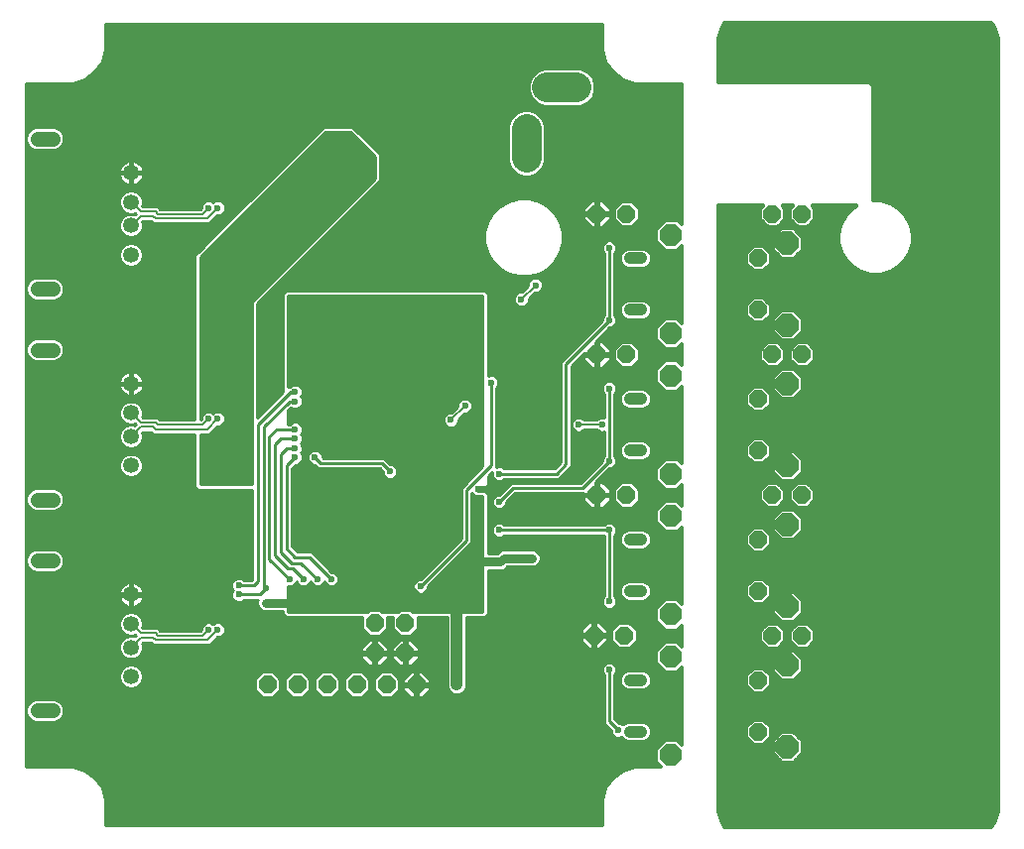
<source format=gbl>
G75*
%MOIN*%
%OFA0B0*%
%FSLAX25Y25*%
%IPPOS*%
%LPD*%
%AMOC8*
5,1,8,0,0,1.08239X$1,22.5*
%
%ADD10OC8,0.07480*%
%ADD11C,0.03937*%
%ADD12C,0.05118*%
%ADD13C,0.05315*%
%ADD14C,0.09843*%
%ADD15OC8,0.05906*%
%ADD16OC8,0.07677*%
%ADD17C,0.00984*%
%ADD18C,0.02362*%
%ADD19C,0.02362*%
%ADD20C,0.00787*%
%ADD21C,0.03150*%
%ADD22C,0.01575*%
D10*
X0521060Y0131740D03*
X0521060Y0164811D03*
X0521060Y0178984D03*
X0521060Y0212055D03*
X0521060Y0226228D03*
X0521060Y0259299D03*
X0521060Y0273472D03*
X0521060Y0306543D03*
D11*
X0511217Y0298669D02*
X0507280Y0298669D01*
X0507280Y0281346D02*
X0511217Y0281346D01*
X0511217Y0251425D02*
X0507280Y0251425D01*
X0507280Y0234102D02*
X0511217Y0234102D01*
X0511217Y0204181D02*
X0507280Y0204181D01*
X0507280Y0186858D02*
X0511217Y0186858D01*
X0511217Y0156937D02*
X0507280Y0156937D01*
X0507280Y0139614D02*
X0511217Y0139614D01*
X0449209Y0155362D02*
X0449209Y0179772D01*
D12*
X0313383Y0197094D02*
X0308264Y0197094D01*
X0308264Y0217567D02*
X0313383Y0217567D01*
X0313383Y0267961D02*
X0308264Y0267961D01*
X0308264Y0288433D02*
X0313383Y0288433D01*
X0313383Y0338827D02*
X0308264Y0338827D01*
X0308264Y0146701D02*
X0313383Y0146701D01*
D13*
X0339760Y0158118D03*
X0339760Y0167961D03*
X0339760Y0175835D03*
X0339760Y0185677D03*
X0339760Y0228984D03*
X0339760Y0238827D03*
X0339760Y0246701D03*
X0339760Y0256543D03*
X0339760Y0299850D03*
X0339760Y0309693D03*
X0339760Y0317567D03*
X0339760Y0327409D03*
D14*
X0472635Y0332331D02*
X0472635Y0342173D01*
X0479524Y0356150D02*
X0489367Y0356150D01*
X0497241Y0342173D02*
X0497241Y0332331D01*
D15*
X0496178Y0313630D03*
X0506178Y0313630D03*
X0550390Y0298669D03*
X0555233Y0313630D03*
X0565233Y0313630D03*
X0550390Y0281346D03*
X0555233Y0266386D03*
X0565233Y0266386D03*
X0550390Y0251425D03*
X0550390Y0234102D03*
X0555233Y0219142D03*
X0565233Y0219142D03*
X0550390Y0204181D03*
X0550390Y0186858D03*
X0555233Y0171898D03*
X0565233Y0171898D03*
X0550390Y0156937D03*
X0550390Y0139614D03*
X0505390Y0171898D03*
X0495390Y0171898D03*
X0435627Y0155457D03*
X0425627Y0155457D03*
X0415627Y0155457D03*
X0405627Y0155457D03*
X0395627Y0155457D03*
X0385627Y0155457D03*
X0421650Y0166110D03*
X0431886Y0166110D03*
X0431886Y0176110D03*
X0421650Y0176110D03*
X0496178Y0219142D03*
X0506178Y0219142D03*
X0506178Y0266386D03*
X0496178Y0266386D03*
D16*
X0560233Y0276228D03*
X0560233Y0256543D03*
X0560233Y0228984D03*
X0560233Y0209299D03*
X0560233Y0181740D03*
X0560233Y0162055D03*
X0560233Y0134496D03*
X0560233Y0303787D03*
D17*
X0304426Y0357626D02*
X0304426Y0127902D01*
X0320180Y0127902D01*
X0324124Y0126620D01*
X0324124Y0126620D01*
X0327479Y0124183D01*
X0327479Y0124183D01*
X0327479Y0124183D01*
X0329916Y0120828D01*
X0329916Y0120828D01*
X0331197Y0116884D01*
X0331197Y0108217D01*
X0497930Y0108217D01*
X0497930Y0116884D01*
X0499211Y0120828D01*
X0499211Y0120828D01*
X0501649Y0124183D01*
X0501649Y0124183D01*
X0505003Y0126620D01*
X0505003Y0126620D01*
X0508947Y0127902D01*
X0517799Y0127902D01*
X0516040Y0129661D01*
X0516040Y0133819D01*
X0518980Y0136760D01*
X0523139Y0136760D01*
X0524701Y0135197D01*
X0524701Y0161354D01*
X0523139Y0159791D01*
X0518980Y0159791D01*
X0516040Y0162732D01*
X0516040Y0166890D01*
X0518980Y0169831D01*
X0523139Y0169831D01*
X0524701Y0168268D01*
X0524701Y0175527D01*
X0523139Y0173965D01*
X0518980Y0173965D01*
X0516040Y0176905D01*
X0516040Y0181063D01*
X0518980Y0184004D01*
X0523139Y0184004D01*
X0524701Y0182441D01*
X0524701Y0208598D01*
X0523139Y0207035D01*
X0518980Y0207035D01*
X0516040Y0209976D01*
X0516040Y0214134D01*
X0518980Y0217075D01*
X0523139Y0217075D01*
X0524701Y0215512D01*
X0524701Y0222771D01*
X0523139Y0221209D01*
X0518980Y0221209D01*
X0516040Y0224149D01*
X0516040Y0228308D01*
X0518980Y0231248D01*
X0523139Y0231248D01*
X0524701Y0229685D01*
X0524701Y0255842D01*
X0523139Y0254280D01*
X0518980Y0254280D01*
X0516040Y0257220D01*
X0516040Y0261378D01*
X0518980Y0264319D01*
X0523139Y0264319D01*
X0524701Y0262756D01*
X0524701Y0270015D01*
X0523139Y0268453D01*
X0518980Y0268453D01*
X0516040Y0271393D01*
X0516040Y0275552D01*
X0518980Y0278492D01*
X0523139Y0278492D01*
X0524701Y0276930D01*
X0524701Y0303086D01*
X0523139Y0301524D01*
X0518980Y0301524D01*
X0516040Y0304464D01*
X0516040Y0308623D01*
X0518980Y0311563D01*
X0523139Y0311563D01*
X0524701Y0310000D01*
X0524701Y0357626D01*
X0508947Y0357626D01*
X0505003Y0358907D01*
X0505003Y0358907D01*
X0501649Y0361345D01*
X0501649Y0361345D01*
X0499211Y0364699D01*
X0499211Y0364699D01*
X0497930Y0368643D01*
X0497930Y0377311D01*
X0331197Y0377311D01*
X0331197Y0368643D01*
X0329916Y0364699D01*
X0329916Y0364699D01*
X0327479Y0361345D01*
X0327479Y0361345D01*
X0327479Y0361345D01*
X0324124Y0358907D01*
X0324124Y0358907D01*
X0320180Y0357626D01*
X0304426Y0357626D01*
X0304426Y0357479D02*
X0473363Y0357479D01*
X0473323Y0357383D02*
X0473323Y0354916D01*
X0474267Y0352637D01*
X0476012Y0350893D01*
X0478291Y0349949D01*
X0490600Y0349949D01*
X0492879Y0350893D01*
X0494624Y0352637D01*
X0495568Y0354916D01*
X0495568Y0357383D01*
X0494624Y0359662D01*
X0492879Y0361406D01*
X0490600Y0362350D01*
X0478291Y0362350D01*
X0476012Y0361406D01*
X0474267Y0359662D01*
X0473323Y0357383D01*
X0473323Y0356496D02*
X0304426Y0356496D01*
X0304426Y0355514D02*
X0473323Y0355514D01*
X0473483Y0354531D02*
X0304426Y0354531D01*
X0304426Y0353548D02*
X0473890Y0353548D01*
X0474339Y0352565D02*
X0304426Y0352565D01*
X0304426Y0351583D02*
X0475322Y0351583D01*
X0476719Y0350600D02*
X0304426Y0350600D01*
X0304426Y0349617D02*
X0524701Y0349617D01*
X0524701Y0348634D02*
X0304426Y0348634D01*
X0304426Y0347651D02*
X0469657Y0347651D01*
X0469122Y0347430D02*
X0467378Y0345686D01*
X0304426Y0345686D01*
X0304426Y0346669D02*
X0468361Y0346669D01*
X0469122Y0347430D02*
X0471401Y0348374D01*
X0473868Y0348374D01*
X0476147Y0347430D01*
X0477891Y0345686D01*
X0524701Y0345686D01*
X0524701Y0346669D02*
X0476908Y0346669D01*
X0477891Y0345686D02*
X0478835Y0343407D01*
X0478835Y0331097D01*
X0477891Y0328818D01*
X0476147Y0327074D01*
X0473868Y0326130D01*
X0471401Y0326130D01*
X0469122Y0327074D01*
X0467378Y0328818D01*
X0466434Y0331097D01*
X0466434Y0343407D01*
X0467378Y0345686D01*
X0466971Y0344703D02*
X0304426Y0344703D01*
X0304426Y0343720D02*
X0466564Y0343720D01*
X0466434Y0342738D02*
X0414339Y0342738D01*
X0414116Y0342961D02*
X0415154Y0341923D01*
X0423422Y0333655D01*
X0423422Y0324707D01*
X0422384Y0323669D01*
X0382083Y0283369D01*
X0382083Y0245072D01*
X0390745Y0253734D01*
X0390745Y0286805D01*
X0391783Y0287843D01*
X0458605Y0287843D01*
X0459642Y0286805D01*
X0459642Y0259193D01*
X0460137Y0259398D01*
X0461116Y0259398D01*
X0462020Y0259023D01*
X0462713Y0258331D01*
X0463087Y0257426D01*
X0463087Y0256448D01*
X0462713Y0255543D01*
X0462398Y0255229D01*
X0462398Y0228484D01*
X0462893Y0228689D01*
X0463872Y0228689D01*
X0464776Y0228314D01*
X0465091Y0228000D01*
X0481940Y0228000D01*
X0484052Y0230112D01*
X0484052Y0263970D01*
X0497930Y0277848D01*
X0497930Y0278293D01*
X0498304Y0279197D01*
X0498619Y0279511D01*
X0498619Y0300504D01*
X0498304Y0300819D01*
X0497930Y0301723D01*
X0497930Y0302702D01*
X0498304Y0303606D01*
X0498997Y0304299D01*
X0499901Y0304673D01*
X0500880Y0304673D01*
X0501784Y0304299D01*
X0502476Y0303606D01*
X0502851Y0302702D01*
X0502851Y0301723D01*
X0502476Y0300819D01*
X0502162Y0300504D01*
X0502162Y0279511D01*
X0502476Y0279197D01*
X0502851Y0278293D01*
X0502851Y0277314D01*
X0502476Y0276409D01*
X0501784Y0275717D01*
X0500880Y0275343D01*
X0500435Y0275343D01*
X0495686Y0270593D01*
X0495686Y0266878D01*
X0496670Y0266878D01*
X0500623Y0266878D01*
X0500623Y0268227D01*
X0498019Y0270831D01*
X0496670Y0270831D01*
X0496670Y0266878D01*
X0496670Y0265894D01*
X0500623Y0265894D01*
X0500623Y0264545D01*
X0498019Y0261941D01*
X0496670Y0261941D01*
X0496670Y0265894D01*
X0495686Y0265894D01*
X0495686Y0261941D01*
X0494337Y0261941D01*
X0491733Y0264545D01*
X0491733Y0265894D01*
X0495686Y0265894D01*
X0495686Y0266878D01*
X0491971Y0266878D01*
X0487595Y0262502D01*
X0487595Y0228644D01*
X0486557Y0227606D01*
X0486557Y0227606D01*
X0483408Y0224457D01*
X0465091Y0224457D01*
X0464776Y0224142D01*
X0463872Y0223768D01*
X0462893Y0223768D01*
X0461989Y0224142D01*
X0461297Y0224835D01*
X0460922Y0225739D01*
X0460922Y0226718D01*
X0460962Y0226814D01*
X0459642Y0225495D01*
X0459642Y0199555D01*
X0462594Y0199555D01*
X0463340Y0200302D01*
X0464390Y0200736D01*
X0474974Y0200736D01*
X0476023Y0200302D01*
X0476826Y0199499D01*
X0477260Y0198450D01*
X0477260Y0197314D01*
X0476826Y0196265D01*
X0476023Y0195462D01*
X0474974Y0195028D01*
X0466140Y0195028D01*
X0465393Y0194281D01*
X0464344Y0193846D01*
X0459642Y0193846D01*
X0459642Y0179038D01*
X0458605Y0178000D01*
X0452457Y0178000D01*
X0452457Y0154716D01*
X0451963Y0153522D01*
X0451049Y0152609D01*
X0449855Y0152114D01*
X0448563Y0152114D01*
X0447369Y0152609D01*
X0446456Y0153522D01*
X0445961Y0154716D01*
X0445961Y0178000D01*
X0435982Y0178000D01*
X0436119Y0177863D01*
X0436119Y0174357D01*
X0433640Y0171878D01*
X0430133Y0171878D01*
X0427654Y0174357D01*
X0427654Y0177863D01*
X0427791Y0178000D01*
X0425746Y0178000D01*
X0425883Y0177863D01*
X0425883Y0174357D01*
X0423403Y0171878D01*
X0419897Y0171878D01*
X0417418Y0174357D01*
X0417418Y0177863D01*
X0417555Y0178000D01*
X0391783Y0178000D01*
X0390745Y0179038D01*
X0390745Y0180067D01*
X0384468Y0180067D01*
X0383419Y0180501D01*
X0382616Y0181304D01*
X0382182Y0182353D01*
X0382182Y0183489D01*
X0382354Y0183906D01*
X0377689Y0183906D01*
X0377375Y0183591D01*
X0376470Y0183217D01*
X0375492Y0183217D01*
X0374587Y0183591D01*
X0373895Y0184283D01*
X0373520Y0185188D01*
X0373520Y0186167D01*
X0373895Y0187071D01*
X0374076Y0187252D01*
X0373895Y0187433D01*
X0373520Y0188337D01*
X0373520Y0189316D01*
X0373895Y0190221D01*
X0374587Y0190913D01*
X0375492Y0191287D01*
X0376470Y0191287D01*
X0377375Y0190913D01*
X0377689Y0190598D01*
X0380365Y0190598D01*
X0380509Y0190742D01*
X0380509Y0220913D01*
X0362255Y0220913D01*
X0361217Y0221951D01*
X0361217Y0239516D01*
X0347335Y0239516D01*
X0346548Y0240303D01*
X0343603Y0240303D01*
X0343467Y0240167D01*
X0343697Y0239610D01*
X0343697Y0238044D01*
X0343098Y0236597D01*
X0341991Y0235489D01*
X0340544Y0234890D01*
X0338977Y0234890D01*
X0337530Y0235489D01*
X0336423Y0236597D01*
X0335823Y0238044D01*
X0335823Y0239610D01*
X0336423Y0241057D01*
X0337530Y0242164D01*
X0338977Y0242764D01*
X0340544Y0242764D01*
X0341101Y0242994D01*
X0341331Y0242764D01*
X0341237Y0242669D01*
X0341101Y0242533D01*
X0340544Y0242764D01*
X0338977Y0242764D01*
X0337530Y0243363D01*
X0336423Y0244471D01*
X0335823Y0245918D01*
X0335823Y0247484D01*
X0336423Y0248931D01*
X0337530Y0250038D01*
X0338977Y0250638D01*
X0340544Y0250638D01*
X0341991Y0250038D01*
X0343098Y0248931D01*
X0343697Y0247484D01*
X0343697Y0245918D01*
X0343467Y0245361D01*
X0343603Y0245224D01*
X0348721Y0245224D01*
X0349509Y0244437D01*
X0361217Y0244437D01*
X0361217Y0299797D01*
X0362255Y0300835D01*
X0378540Y0317120D01*
X0378540Y0317120D01*
X0379578Y0318157D01*
X0404381Y0342961D01*
X0414116Y0342961D01*
X0415322Y0341755D02*
X0466434Y0341755D01*
X0466434Y0340772D02*
X0416305Y0340772D01*
X0417288Y0339789D02*
X0466434Y0339789D01*
X0466434Y0338807D02*
X0418270Y0338807D01*
X0419253Y0337824D02*
X0466434Y0337824D01*
X0466434Y0336841D02*
X0420236Y0336841D01*
X0421219Y0335858D02*
X0466434Y0335858D01*
X0466434Y0334876D02*
X0422201Y0334876D01*
X0423184Y0333893D02*
X0466434Y0333893D01*
X0466434Y0332910D02*
X0423422Y0332910D01*
X0423422Y0331927D02*
X0466434Y0331927D01*
X0466497Y0330945D02*
X0423422Y0330945D01*
X0423422Y0329962D02*
X0466904Y0329962D01*
X0467311Y0328979D02*
X0423422Y0328979D01*
X0423422Y0327996D02*
X0468200Y0327996D01*
X0469268Y0327013D02*
X0423422Y0327013D01*
X0423422Y0326031D02*
X0524701Y0326031D01*
X0524701Y0327013D02*
X0476001Y0327013D01*
X0477069Y0327996D02*
X0524701Y0327996D01*
X0524701Y0328979D02*
X0477958Y0328979D01*
X0478365Y0329962D02*
X0524701Y0329962D01*
X0524701Y0330945D02*
X0478772Y0330945D01*
X0478835Y0331927D02*
X0524701Y0331927D01*
X0524701Y0332910D02*
X0478835Y0332910D01*
X0478835Y0333893D02*
X0524701Y0333893D01*
X0524701Y0334876D02*
X0478835Y0334876D01*
X0478835Y0335858D02*
X0524701Y0335858D01*
X0524701Y0336841D02*
X0478835Y0336841D01*
X0478835Y0337824D02*
X0524701Y0337824D01*
X0524701Y0338807D02*
X0478835Y0338807D01*
X0478835Y0339789D02*
X0524701Y0339789D01*
X0524701Y0340772D02*
X0478835Y0340772D01*
X0478835Y0341755D02*
X0524701Y0341755D01*
X0524701Y0342738D02*
X0478835Y0342738D01*
X0478705Y0343720D02*
X0524701Y0343720D01*
X0524701Y0344703D02*
X0478298Y0344703D01*
X0475612Y0347651D02*
X0524701Y0347651D01*
X0524701Y0350600D02*
X0492172Y0350600D01*
X0493569Y0351583D02*
X0524701Y0351583D01*
X0524701Y0352565D02*
X0494552Y0352565D01*
X0495001Y0353548D02*
X0524701Y0353548D01*
X0524701Y0354531D02*
X0495408Y0354531D01*
X0495568Y0355514D02*
X0524701Y0355514D01*
X0524701Y0356496D02*
X0495568Y0356496D01*
X0495528Y0357479D02*
X0524701Y0357479D01*
X0506374Y0358462D02*
X0495121Y0358462D01*
X0494714Y0359445D02*
X0504264Y0359445D01*
X0502911Y0360427D02*
X0493858Y0360427D01*
X0492870Y0361410D02*
X0501601Y0361410D01*
X0500887Y0362393D02*
X0328240Y0362393D01*
X0327526Y0361410D02*
X0476021Y0361410D01*
X0475033Y0360427D02*
X0326216Y0360427D01*
X0324863Y0359445D02*
X0474177Y0359445D01*
X0473770Y0358462D02*
X0322753Y0358462D01*
X0328954Y0363376D02*
X0500173Y0363376D01*
X0499459Y0364358D02*
X0329668Y0364358D01*
X0330125Y0365341D02*
X0499003Y0365341D01*
X0498683Y0366324D02*
X0330444Y0366324D01*
X0330763Y0367307D02*
X0498364Y0367307D01*
X0498045Y0368290D02*
X0331083Y0368290D01*
X0331197Y0369272D02*
X0497930Y0369272D01*
X0497930Y0370255D02*
X0331197Y0370255D01*
X0331197Y0371238D02*
X0497930Y0371238D01*
X0497930Y0372221D02*
X0331197Y0372221D01*
X0331197Y0373203D02*
X0497930Y0373203D01*
X0497930Y0374186D02*
X0331197Y0374186D01*
X0331197Y0375169D02*
X0497930Y0375169D01*
X0497930Y0376152D02*
X0331197Y0376152D01*
X0331197Y0377134D02*
X0497930Y0377134D01*
X0421650Y0332921D02*
X0421650Y0325441D01*
X0380312Y0284102D01*
X0380312Y0316386D01*
X0405115Y0341189D01*
X0413383Y0341189D01*
X0421650Y0332921D01*
X0421650Y0332910D02*
X0396836Y0332910D01*
X0397819Y0333893D02*
X0420679Y0333893D01*
X0419696Y0334876D02*
X0398801Y0334876D01*
X0399784Y0335858D02*
X0418713Y0335858D01*
X0417730Y0336841D02*
X0400767Y0336841D01*
X0401750Y0337824D02*
X0416748Y0337824D01*
X0415765Y0338807D02*
X0402732Y0338807D01*
X0403715Y0339789D02*
X0414782Y0339789D01*
X0413799Y0340772D02*
X0404698Y0340772D01*
X0403175Y0341755D02*
X0315883Y0341755D01*
X0315557Y0342081D02*
X0314146Y0342665D01*
X0307501Y0342665D01*
X0306090Y0342081D01*
X0305010Y0341001D01*
X0304426Y0339590D01*
X0304426Y0338063D01*
X0305010Y0336652D01*
X0306090Y0335573D01*
X0307501Y0334988D01*
X0314146Y0334988D01*
X0315557Y0335573D01*
X0316637Y0336652D01*
X0317221Y0338063D01*
X0317221Y0339590D01*
X0316637Y0341001D01*
X0315557Y0342081D01*
X0316732Y0340772D02*
X0402193Y0340772D01*
X0401210Y0339789D02*
X0317139Y0339789D01*
X0317221Y0338807D02*
X0400227Y0338807D01*
X0399244Y0337824D02*
X0317122Y0337824D01*
X0316715Y0336841D02*
X0398261Y0336841D01*
X0397279Y0335858D02*
X0315843Y0335858D01*
X0305804Y0335858D02*
X0304426Y0335858D01*
X0304426Y0334876D02*
X0396296Y0334876D01*
X0395313Y0333893D02*
X0304426Y0333893D01*
X0304426Y0332910D02*
X0394330Y0332910D01*
X0393348Y0331927D02*
X0304426Y0331927D01*
X0304426Y0330945D02*
X0337566Y0330945D01*
X0337586Y0330959D02*
X0337057Y0330575D01*
X0336595Y0330113D01*
X0336211Y0329584D01*
X0335915Y0329002D01*
X0335713Y0328381D01*
X0335622Y0327803D01*
X0339367Y0327803D01*
X0339367Y0327016D01*
X0335622Y0327016D01*
X0335713Y0326438D01*
X0335915Y0325817D01*
X0336211Y0325235D01*
X0336595Y0324706D01*
X0337057Y0324244D01*
X0337586Y0323860D01*
X0338168Y0323564D01*
X0338789Y0323362D01*
X0339367Y0323270D01*
X0339367Y0327016D01*
X0340154Y0327016D01*
X0340154Y0327803D01*
X0339367Y0327803D01*
X0339367Y0331548D01*
X0338789Y0331457D01*
X0338168Y0331255D01*
X0337586Y0330959D01*
X0336486Y0329962D02*
X0304426Y0329962D01*
X0304426Y0328979D02*
X0335907Y0328979D01*
X0335652Y0327996D02*
X0304426Y0327996D01*
X0304426Y0327013D02*
X0335622Y0327013D01*
X0335845Y0326031D02*
X0304426Y0326031D01*
X0304426Y0325048D02*
X0336347Y0325048D01*
X0337304Y0324065D02*
X0304426Y0324065D01*
X0304426Y0323082D02*
X0384503Y0323082D01*
X0383520Y0322100D02*
X0304426Y0322100D01*
X0304426Y0321117D02*
X0338043Y0321117D01*
X0337530Y0320905D02*
X0336423Y0319797D01*
X0335823Y0318350D01*
X0335823Y0316784D01*
X0336423Y0315337D01*
X0337530Y0314229D01*
X0338977Y0313630D01*
X0337530Y0313031D01*
X0336423Y0311923D01*
X0335823Y0310476D01*
X0335823Y0308910D01*
X0336423Y0307463D01*
X0337530Y0306355D01*
X0338977Y0305756D01*
X0340544Y0305756D01*
X0341991Y0306355D01*
X0343098Y0307463D01*
X0343697Y0308910D01*
X0343697Y0310476D01*
X0343467Y0311033D01*
X0343603Y0311169D01*
X0346548Y0311169D01*
X0347335Y0310382D01*
X0366044Y0310382D01*
X0367024Y0311362D01*
X0368800Y0313138D01*
X0369384Y0313138D01*
X0370288Y0313512D01*
X0370980Y0314205D01*
X0371355Y0315109D01*
X0371355Y0316088D01*
X0370980Y0316992D01*
X0370288Y0317684D01*
X0369384Y0318059D01*
X0368405Y0318059D01*
X0367501Y0317684D01*
X0367320Y0317503D01*
X0367139Y0317684D01*
X0366234Y0318059D01*
X0365255Y0318059D01*
X0364351Y0317684D01*
X0363659Y0316992D01*
X0363284Y0316088D01*
X0363284Y0315504D01*
X0363083Y0315303D01*
X0349509Y0315303D01*
X0348721Y0316091D01*
X0343603Y0316091D01*
X0343467Y0316227D01*
X0343697Y0316784D01*
X0343697Y0318350D01*
X0343098Y0319797D01*
X0341991Y0320905D01*
X0340544Y0321504D01*
X0338977Y0321504D01*
X0337530Y0320905D01*
X0336760Y0320134D02*
X0304426Y0320134D01*
X0304426Y0319151D02*
X0336155Y0319151D01*
X0335823Y0318169D02*
X0304426Y0318169D01*
X0304426Y0317186D02*
X0335823Y0317186D01*
X0336064Y0316203D02*
X0304426Y0316203D01*
X0304426Y0315220D02*
X0336539Y0315220D01*
X0337522Y0314238D02*
X0304426Y0314238D01*
X0304426Y0313255D02*
X0338072Y0313255D01*
X0338977Y0313630D02*
X0340544Y0313630D01*
X0341101Y0313399D01*
X0341237Y0313536D01*
X0341331Y0313630D01*
X0341237Y0313724D01*
X0341101Y0313861D01*
X0340544Y0313630D01*
X0338977Y0313630D01*
X0336772Y0312272D02*
X0304426Y0312272D01*
X0304426Y0311289D02*
X0336160Y0311289D01*
X0335823Y0310306D02*
X0304426Y0310306D01*
X0304426Y0309324D02*
X0335823Y0309324D01*
X0336059Y0308341D02*
X0304426Y0308341D01*
X0304426Y0307358D02*
X0336527Y0307358D01*
X0337510Y0306375D02*
X0304426Y0306375D01*
X0304426Y0305393D02*
X0366813Y0305393D01*
X0367796Y0306375D02*
X0342011Y0306375D01*
X0342994Y0307358D02*
X0368779Y0307358D01*
X0369761Y0308341D02*
X0343462Y0308341D01*
X0343697Y0309324D02*
X0370744Y0309324D01*
X0371727Y0310306D02*
X0343697Y0310306D01*
X0343491Y0316203D02*
X0363332Y0316203D01*
X0363852Y0317186D02*
X0343697Y0317186D01*
X0343697Y0318169D02*
X0379589Y0318169D01*
X0380572Y0319151D02*
X0343366Y0319151D01*
X0342761Y0320134D02*
X0381554Y0320134D01*
X0382537Y0321117D02*
X0341478Y0321117D01*
X0340732Y0323362D02*
X0341353Y0323564D01*
X0341935Y0323860D01*
X0342464Y0324244D01*
X0342926Y0324706D01*
X0343310Y0325235D01*
X0343606Y0325817D01*
X0343808Y0326438D01*
X0343899Y0327016D01*
X0340154Y0327016D01*
X0340154Y0323270D01*
X0340732Y0323362D01*
X0340154Y0324065D02*
X0339367Y0324065D01*
X0339367Y0325048D02*
X0340154Y0325048D01*
X0340154Y0326031D02*
X0339367Y0326031D01*
X0339367Y0327013D02*
X0340154Y0327013D01*
X0340154Y0327803D02*
X0343899Y0327803D01*
X0343808Y0328381D01*
X0343606Y0329002D01*
X0343310Y0329584D01*
X0342926Y0330113D01*
X0342464Y0330575D01*
X0341935Y0330959D01*
X0341353Y0331255D01*
X0340732Y0331457D01*
X0340154Y0331548D01*
X0340154Y0327803D01*
X0340154Y0327996D02*
X0339367Y0327996D01*
X0339367Y0328979D02*
X0340154Y0328979D01*
X0340154Y0329962D02*
X0339367Y0329962D01*
X0339367Y0330945D02*
X0340154Y0330945D01*
X0341955Y0330945D02*
X0392365Y0330945D01*
X0391382Y0329962D02*
X0343035Y0329962D01*
X0343614Y0328979D02*
X0390399Y0328979D01*
X0389417Y0327996D02*
X0343869Y0327996D01*
X0343899Y0327013D02*
X0388434Y0327013D01*
X0387451Y0326031D02*
X0343676Y0326031D01*
X0343174Y0325048D02*
X0386468Y0325048D01*
X0385486Y0324065D02*
X0342217Y0324065D01*
X0366951Y0311289D02*
X0372710Y0311289D01*
X0373692Y0312272D02*
X0367934Y0312272D01*
X0369666Y0313255D02*
X0374675Y0313255D01*
X0375658Y0314238D02*
X0370994Y0314238D01*
X0371355Y0315220D02*
X0376641Y0315220D01*
X0377623Y0316203D02*
X0371307Y0316203D01*
X0370787Y0317186D02*
X0378606Y0317186D01*
X0380129Y0316203D02*
X0380312Y0316203D01*
X0412412Y0316203D01*
X0411430Y0315220D02*
X0380312Y0315220D01*
X0379146Y0315220D01*
X0378163Y0314238D02*
X0380312Y0314238D01*
X0410447Y0314238D01*
X0409464Y0313255D02*
X0380312Y0313255D01*
X0377181Y0313255D01*
X0376198Y0312272D02*
X0380312Y0312272D01*
X0408481Y0312272D01*
X0407499Y0311289D02*
X0380312Y0311289D01*
X0375215Y0311289D01*
X0374232Y0310306D02*
X0380312Y0310306D01*
X0406516Y0310306D01*
X0405533Y0309324D02*
X0380312Y0309324D01*
X0373250Y0309324D01*
X0372267Y0308341D02*
X0380312Y0308341D01*
X0404550Y0308341D01*
X0403568Y0307358D02*
X0380312Y0307358D01*
X0371284Y0307358D01*
X0370301Y0306375D02*
X0380312Y0306375D01*
X0402585Y0306375D01*
X0401602Y0305393D02*
X0380312Y0305393D01*
X0369319Y0305393D01*
X0368336Y0304410D02*
X0380312Y0304410D01*
X0400619Y0304410D01*
X0399636Y0303427D02*
X0380312Y0303427D01*
X0367353Y0303427D01*
X0366370Y0302444D02*
X0380312Y0302444D01*
X0398654Y0302444D01*
X0397671Y0301462D02*
X0380312Y0301462D01*
X0365387Y0301462D01*
X0364405Y0300479D02*
X0380312Y0300479D01*
X0396688Y0300479D01*
X0395705Y0299496D02*
X0380312Y0299496D01*
X0363422Y0299496D01*
X0362989Y0299063D02*
X0380312Y0316386D01*
X0380312Y0222685D01*
X0362989Y0222685D01*
X0362989Y0239516D01*
X0366044Y0239516D01*
X0367024Y0240496D01*
X0368800Y0242272D01*
X0369384Y0242272D01*
X0370288Y0242646D01*
X0370980Y0243338D01*
X0371355Y0244243D01*
X0371355Y0245222D01*
X0370980Y0246126D01*
X0370288Y0246818D01*
X0369384Y0247193D01*
X0368405Y0247193D01*
X0367501Y0246818D01*
X0367320Y0246637D01*
X0367139Y0246818D01*
X0366234Y0247193D01*
X0365255Y0247193D01*
X0364351Y0246818D01*
X0363659Y0246126D01*
X0363284Y0245222D01*
X0363284Y0244638D01*
X0363083Y0244437D01*
X0362989Y0244437D01*
X0362989Y0299063D01*
X0362989Y0298513D02*
X0380312Y0298513D01*
X0394723Y0298513D01*
X0393740Y0297531D02*
X0380312Y0297531D01*
X0362989Y0297531D01*
X0362989Y0296548D02*
X0380312Y0296548D01*
X0392757Y0296548D01*
X0391774Y0295565D02*
X0380312Y0295565D01*
X0362989Y0295565D01*
X0362989Y0294582D02*
X0380312Y0294582D01*
X0390792Y0294582D01*
X0389809Y0293600D02*
X0380312Y0293600D01*
X0362989Y0293600D01*
X0362989Y0292617D02*
X0380312Y0292617D01*
X0388826Y0292617D01*
X0387843Y0291634D02*
X0380312Y0291634D01*
X0362989Y0291634D01*
X0362989Y0290651D02*
X0380312Y0290651D01*
X0386861Y0290651D01*
X0385878Y0289668D02*
X0380312Y0289668D01*
X0362989Y0289668D01*
X0362989Y0288686D02*
X0380312Y0288686D01*
X0384895Y0288686D01*
X0383912Y0287703D02*
X0380312Y0287703D01*
X0362989Y0287703D01*
X0362989Y0286720D02*
X0380312Y0286720D01*
X0382929Y0286720D01*
X0381947Y0285737D02*
X0380312Y0285737D01*
X0362989Y0285737D01*
X0362989Y0284755D02*
X0380312Y0284755D01*
X0380964Y0284755D01*
X0380312Y0283772D02*
X0362989Y0283772D01*
X0362989Y0282789D02*
X0380312Y0282789D01*
X0380312Y0281806D02*
X0362989Y0281806D01*
X0362989Y0280824D02*
X0380312Y0280824D01*
X0380312Y0279841D02*
X0362989Y0279841D01*
X0362989Y0278858D02*
X0380312Y0278858D01*
X0380312Y0277875D02*
X0362989Y0277875D01*
X0362989Y0276893D02*
X0380312Y0276893D01*
X0380312Y0275910D02*
X0362989Y0275910D01*
X0362989Y0274927D02*
X0380312Y0274927D01*
X0380312Y0273944D02*
X0362989Y0273944D01*
X0362989Y0272961D02*
X0380312Y0272961D01*
X0380312Y0271979D02*
X0362989Y0271979D01*
X0362989Y0270996D02*
X0380312Y0270996D01*
X0380312Y0270013D02*
X0362989Y0270013D01*
X0362989Y0269030D02*
X0380312Y0269030D01*
X0380312Y0268048D02*
X0362989Y0268048D01*
X0362989Y0267065D02*
X0380312Y0267065D01*
X0380312Y0266082D02*
X0362989Y0266082D01*
X0362989Y0265099D02*
X0380312Y0265099D01*
X0380312Y0264117D02*
X0362989Y0264117D01*
X0362989Y0263134D02*
X0380312Y0263134D01*
X0380312Y0262151D02*
X0362989Y0262151D01*
X0362989Y0261168D02*
X0380312Y0261168D01*
X0380312Y0260186D02*
X0362989Y0260186D01*
X0362989Y0259203D02*
X0380312Y0259203D01*
X0380312Y0258220D02*
X0362989Y0258220D01*
X0362989Y0257237D02*
X0380312Y0257237D01*
X0380312Y0256255D02*
X0362989Y0256255D01*
X0362989Y0255272D02*
X0380312Y0255272D01*
X0380312Y0254289D02*
X0362989Y0254289D01*
X0362989Y0253306D02*
X0380312Y0253306D01*
X0380312Y0252323D02*
X0362989Y0252323D01*
X0362989Y0251341D02*
X0380312Y0251341D01*
X0380312Y0250358D02*
X0362989Y0250358D01*
X0362989Y0249375D02*
X0380312Y0249375D01*
X0380312Y0248392D02*
X0362989Y0248392D01*
X0362989Y0247410D02*
X0380312Y0247410D01*
X0380312Y0246427D02*
X0370680Y0246427D01*
X0371263Y0245444D02*
X0380312Y0245444D01*
X0380312Y0244461D02*
X0371355Y0244461D01*
X0371038Y0243479D02*
X0380312Y0243479D01*
X0380312Y0242496D02*
X0369925Y0242496D01*
X0368041Y0241513D02*
X0380312Y0241513D01*
X0380312Y0240530D02*
X0367059Y0240530D01*
X0366076Y0239548D02*
X0380312Y0239548D01*
X0380312Y0238565D02*
X0362989Y0238565D01*
X0362989Y0237582D02*
X0380312Y0237582D01*
X0380312Y0236599D02*
X0362989Y0236599D01*
X0362989Y0235616D02*
X0380312Y0235616D01*
X0380312Y0234634D02*
X0362989Y0234634D01*
X0362989Y0233651D02*
X0380312Y0233651D01*
X0380312Y0232668D02*
X0362989Y0232668D01*
X0362989Y0231685D02*
X0380312Y0231685D01*
X0380312Y0230703D02*
X0362989Y0230703D01*
X0362989Y0229720D02*
X0380312Y0229720D01*
X0380312Y0228737D02*
X0362989Y0228737D01*
X0362989Y0227754D02*
X0380312Y0227754D01*
X0380312Y0226772D02*
X0362989Y0226772D01*
X0362989Y0225789D02*
X0380312Y0225789D01*
X0380312Y0224806D02*
X0362989Y0224806D01*
X0362989Y0223823D02*
X0380312Y0223823D01*
X0380312Y0222841D02*
X0362989Y0222841D01*
X0361217Y0222841D02*
X0304426Y0222841D01*
X0304426Y0223823D02*
X0361217Y0223823D01*
X0361217Y0224806D02*
X0304426Y0224806D01*
X0304426Y0225789D02*
X0337388Y0225789D01*
X0337530Y0225647D02*
X0338977Y0225047D01*
X0340544Y0225047D01*
X0341991Y0225647D01*
X0343098Y0226754D01*
X0343697Y0228201D01*
X0343697Y0229767D01*
X0343098Y0231214D01*
X0341991Y0232322D01*
X0340544Y0232921D01*
X0338977Y0232921D01*
X0337530Y0232322D01*
X0336423Y0231214D01*
X0335823Y0229767D01*
X0335823Y0228201D01*
X0336423Y0226754D01*
X0337530Y0225647D01*
X0336416Y0226772D02*
X0304426Y0226772D01*
X0304426Y0227754D02*
X0336009Y0227754D01*
X0335823Y0228737D02*
X0304426Y0228737D01*
X0304426Y0229720D02*
X0335823Y0229720D01*
X0336211Y0230703D02*
X0304426Y0230703D01*
X0304426Y0231685D02*
X0336894Y0231685D01*
X0338366Y0232668D02*
X0304426Y0232668D01*
X0304426Y0233651D02*
X0361217Y0233651D01*
X0361217Y0234634D02*
X0304426Y0234634D01*
X0304426Y0235616D02*
X0337403Y0235616D01*
X0336422Y0236599D02*
X0304426Y0236599D01*
X0304426Y0237582D02*
X0336015Y0237582D01*
X0335823Y0238565D02*
X0304426Y0238565D01*
X0304426Y0239548D02*
X0335823Y0239548D01*
X0336205Y0240530D02*
X0304426Y0240530D01*
X0304426Y0241513D02*
X0336879Y0241513D01*
X0338330Y0242496D02*
X0304426Y0242496D01*
X0304426Y0243479D02*
X0337415Y0243479D01*
X0336432Y0244461D02*
X0304426Y0244461D01*
X0304426Y0245444D02*
X0336020Y0245444D01*
X0335823Y0246427D02*
X0304426Y0246427D01*
X0304426Y0247410D02*
X0335823Y0247410D01*
X0336200Y0248392D02*
X0304426Y0248392D01*
X0304426Y0249375D02*
X0336867Y0249375D01*
X0338302Y0250358D02*
X0304426Y0250358D01*
X0304426Y0251341D02*
X0361217Y0251341D01*
X0361217Y0252323D02*
X0304426Y0252323D01*
X0304426Y0253306D02*
X0337156Y0253306D01*
X0337057Y0253378D02*
X0337586Y0252994D01*
X0338168Y0252698D01*
X0338789Y0252496D01*
X0339367Y0252404D01*
X0339367Y0256150D01*
X0335622Y0256150D01*
X0335713Y0255572D01*
X0335915Y0254950D01*
X0336211Y0254368D01*
X0336595Y0253840D01*
X0337057Y0253378D01*
X0336269Y0254289D02*
X0304426Y0254289D01*
X0304426Y0255272D02*
X0335810Y0255272D01*
X0335622Y0256937D02*
X0339367Y0256937D01*
X0339367Y0260682D01*
X0338789Y0260591D01*
X0338168Y0260389D01*
X0337586Y0260092D01*
X0337057Y0259708D01*
X0336595Y0259247D01*
X0336211Y0258718D01*
X0335915Y0258136D01*
X0335713Y0257515D01*
X0335622Y0256937D01*
X0335669Y0257237D02*
X0304426Y0257237D01*
X0304426Y0256255D02*
X0339367Y0256255D01*
X0339367Y0256150D02*
X0339367Y0256937D01*
X0340154Y0256937D01*
X0340154Y0260682D01*
X0340732Y0260591D01*
X0341353Y0260389D01*
X0341935Y0260092D01*
X0342464Y0259708D01*
X0342926Y0259247D01*
X0343310Y0258718D01*
X0343606Y0258136D01*
X0343808Y0257515D01*
X0343899Y0256937D01*
X0340154Y0256937D01*
X0340154Y0256150D01*
X0343899Y0256150D01*
X0343808Y0255572D01*
X0343606Y0254950D01*
X0343310Y0254368D01*
X0342926Y0253840D01*
X0342464Y0253378D01*
X0341935Y0252994D01*
X0341353Y0252698D01*
X0340732Y0252496D01*
X0340154Y0252404D01*
X0340154Y0256150D01*
X0339367Y0256150D01*
X0340154Y0256255D02*
X0361217Y0256255D01*
X0361217Y0257237D02*
X0343852Y0257237D01*
X0343563Y0258220D02*
X0361217Y0258220D01*
X0361217Y0259203D02*
X0342957Y0259203D01*
X0341752Y0260186D02*
X0361217Y0260186D01*
X0361217Y0261168D02*
X0304426Y0261168D01*
X0304426Y0260186D02*
X0337769Y0260186D01*
X0336564Y0259203D02*
X0304426Y0259203D01*
X0304426Y0258220D02*
X0335958Y0258220D01*
X0339367Y0258220D02*
X0340154Y0258220D01*
X0340154Y0257237D02*
X0339367Y0257237D01*
X0339367Y0255272D02*
X0340154Y0255272D01*
X0340154Y0254289D02*
X0339367Y0254289D01*
X0339367Y0253306D02*
X0340154Y0253306D01*
X0342365Y0253306D02*
X0361217Y0253306D01*
X0361217Y0254289D02*
X0343252Y0254289D01*
X0343710Y0255272D02*
X0361217Y0255272D01*
X0361217Y0250358D02*
X0341219Y0250358D01*
X0342654Y0249375D02*
X0361217Y0249375D01*
X0361217Y0248392D02*
X0343321Y0248392D01*
X0343697Y0247410D02*
X0361217Y0247410D01*
X0361217Y0246427D02*
X0343697Y0246427D01*
X0343501Y0245444D02*
X0361217Y0245444D01*
X0361217Y0244461D02*
X0349484Y0244461D01*
X0347303Y0239548D02*
X0343697Y0239548D01*
X0343697Y0238565D02*
X0361217Y0238565D01*
X0361217Y0237582D02*
X0343506Y0237582D01*
X0343099Y0236599D02*
X0361217Y0236599D01*
X0361217Y0235616D02*
X0342118Y0235616D01*
X0341155Y0232668D02*
X0361217Y0232668D01*
X0361217Y0231685D02*
X0342627Y0231685D01*
X0343310Y0230703D02*
X0361217Y0230703D01*
X0361217Y0229720D02*
X0343697Y0229720D01*
X0343697Y0228737D02*
X0361217Y0228737D01*
X0361217Y0227754D02*
X0343512Y0227754D01*
X0343105Y0226772D02*
X0361217Y0226772D01*
X0361217Y0225789D02*
X0342133Y0225789D01*
X0361311Y0221858D02*
X0304426Y0221858D01*
X0304426Y0220875D02*
X0306220Y0220875D01*
X0306090Y0220821D02*
X0307501Y0221405D01*
X0314146Y0221405D01*
X0315557Y0220821D01*
X0316637Y0219741D01*
X0317221Y0218330D01*
X0317221Y0216803D01*
X0316637Y0215393D01*
X0315557Y0214313D01*
X0314146Y0213728D01*
X0307501Y0213728D01*
X0306090Y0214313D01*
X0305010Y0215393D01*
X0304426Y0216803D01*
X0304426Y0218330D01*
X0305010Y0219741D01*
X0306090Y0220821D01*
X0305161Y0219892D02*
X0304426Y0219892D01*
X0304426Y0218909D02*
X0304666Y0218909D01*
X0304426Y0217927D02*
X0304426Y0217927D01*
X0304426Y0216944D02*
X0304426Y0216944D01*
X0304426Y0215961D02*
X0304775Y0215961D01*
X0304426Y0214978D02*
X0305424Y0214978D01*
X0304426Y0213996D02*
X0306855Y0213996D01*
X0304426Y0213013D02*
X0380509Y0213013D01*
X0380509Y0213996D02*
X0314791Y0213996D01*
X0316223Y0214978D02*
X0380509Y0214978D01*
X0380509Y0215961D02*
X0316872Y0215961D01*
X0317221Y0216944D02*
X0380509Y0216944D01*
X0380509Y0217927D02*
X0317221Y0217927D01*
X0316981Y0218909D02*
X0380509Y0218909D01*
X0380509Y0219892D02*
X0316486Y0219892D01*
X0315427Y0220875D02*
X0380509Y0220875D01*
X0380509Y0212030D02*
X0304426Y0212030D01*
X0304426Y0211047D02*
X0380509Y0211047D01*
X0380509Y0210065D02*
X0304426Y0210065D01*
X0304426Y0209082D02*
X0380509Y0209082D01*
X0380509Y0208099D02*
X0304426Y0208099D01*
X0304426Y0207116D02*
X0380509Y0207116D01*
X0380509Y0206134D02*
X0304426Y0206134D01*
X0304426Y0205151D02*
X0380509Y0205151D01*
X0380509Y0204168D02*
X0304426Y0204168D01*
X0304426Y0203185D02*
X0380509Y0203185D01*
X0380509Y0202203D02*
X0304426Y0202203D01*
X0304426Y0201220D02*
X0380509Y0201220D01*
X0380509Y0200237D02*
X0315669Y0200237D01*
X0315557Y0200349D02*
X0314146Y0200933D01*
X0307501Y0200933D01*
X0306090Y0200349D01*
X0305010Y0199269D01*
X0304426Y0197858D01*
X0304426Y0196331D01*
X0305010Y0194920D01*
X0306090Y0193840D01*
X0307501Y0193256D01*
X0314146Y0193256D01*
X0315557Y0193840D01*
X0316637Y0194920D01*
X0317221Y0196331D01*
X0317221Y0197858D01*
X0316637Y0199269D01*
X0315557Y0200349D01*
X0316643Y0199254D02*
X0380509Y0199254D01*
X0380509Y0198271D02*
X0317050Y0198271D01*
X0317221Y0197289D02*
X0380509Y0197289D01*
X0380509Y0196306D02*
X0317211Y0196306D01*
X0316804Y0195323D02*
X0380509Y0195323D01*
X0380509Y0194340D02*
X0316057Y0194340D01*
X0314392Y0193358D02*
X0380509Y0193358D01*
X0380509Y0192375D02*
X0304426Y0192375D01*
X0304426Y0193358D02*
X0307255Y0193358D01*
X0305590Y0194340D02*
X0304426Y0194340D01*
X0304426Y0195323D02*
X0304843Y0195323D01*
X0304436Y0196306D02*
X0304426Y0196306D01*
X0304426Y0197289D02*
X0304426Y0197289D01*
X0304426Y0198271D02*
X0304597Y0198271D01*
X0304426Y0199254D02*
X0305004Y0199254D01*
X0304426Y0200237D02*
X0305978Y0200237D01*
X0304426Y0191392D02*
X0380509Y0191392D01*
X0382280Y0190008D02*
X0381099Y0188827D01*
X0375981Y0188827D01*
X0374084Y0190409D02*
X0304426Y0190409D01*
X0304426Y0189427D02*
X0337979Y0189427D01*
X0338168Y0189523D02*
X0337586Y0189226D01*
X0337057Y0188842D01*
X0336595Y0188380D01*
X0336211Y0187852D01*
X0335915Y0187270D01*
X0335713Y0186649D01*
X0335622Y0186071D01*
X0339367Y0186071D01*
X0339367Y0189816D01*
X0338789Y0189725D01*
X0338168Y0189523D01*
X0339367Y0189427D02*
X0340154Y0189427D01*
X0340154Y0189816D02*
X0340154Y0186071D01*
X0339367Y0186071D01*
X0339367Y0185283D01*
X0340154Y0185283D01*
X0340154Y0181538D01*
X0340732Y0181630D01*
X0341353Y0181832D01*
X0341935Y0182128D01*
X0342464Y0182512D01*
X0342926Y0182974D01*
X0343310Y0183502D01*
X0343606Y0184084D01*
X0343808Y0184705D01*
X0343899Y0185283D01*
X0340154Y0185283D01*
X0340154Y0186071D01*
X0343899Y0186071D01*
X0343808Y0186649D01*
X0343606Y0187270D01*
X0343310Y0187852D01*
X0342926Y0188380D01*
X0342464Y0188842D01*
X0341935Y0189226D01*
X0341353Y0189523D01*
X0340732Y0189725D01*
X0340154Y0189816D01*
X0340154Y0188444D02*
X0339367Y0188444D01*
X0339367Y0187461D02*
X0340154Y0187461D01*
X0340154Y0186478D02*
X0339367Y0186478D01*
X0339367Y0185496D02*
X0304426Y0185496D01*
X0304426Y0186478D02*
X0335686Y0186478D01*
X0336012Y0187461D02*
X0304426Y0187461D01*
X0304426Y0188444D02*
X0336659Y0188444D01*
X0335622Y0185283D02*
X0335713Y0184705D01*
X0335915Y0184084D01*
X0336211Y0183502D01*
X0336595Y0182974D01*
X0337057Y0182512D01*
X0337586Y0182128D01*
X0338168Y0181832D01*
X0338789Y0181630D01*
X0339367Y0181538D01*
X0339367Y0185283D01*
X0335622Y0185283D01*
X0335776Y0184513D02*
X0304426Y0184513D01*
X0304426Y0183530D02*
X0336197Y0183530D01*
X0337022Y0182547D02*
X0304426Y0182547D01*
X0304426Y0181564D02*
X0339201Y0181564D01*
X0339367Y0181564D02*
X0340154Y0181564D01*
X0340320Y0181564D02*
X0382509Y0181564D01*
X0382182Y0182547D02*
X0342499Y0182547D01*
X0343324Y0183530D02*
X0374735Y0183530D01*
X0373800Y0184513D02*
X0343745Y0184513D01*
X0343835Y0186478D02*
X0373649Y0186478D01*
X0373520Y0185496D02*
X0340154Y0185496D01*
X0340154Y0184513D02*
X0339367Y0184513D01*
X0339367Y0183530D02*
X0340154Y0183530D01*
X0340154Y0182547D02*
X0339367Y0182547D01*
X0338977Y0179772D02*
X0337530Y0179172D01*
X0336423Y0178065D01*
X0335823Y0176618D01*
X0335823Y0175052D01*
X0336423Y0173605D01*
X0337530Y0172497D01*
X0338977Y0171898D01*
X0337530Y0171298D01*
X0336423Y0170191D01*
X0335823Y0168744D01*
X0335823Y0167177D01*
X0336423Y0165730D01*
X0337530Y0164623D01*
X0338977Y0164024D01*
X0340544Y0164024D01*
X0341991Y0164623D01*
X0343098Y0165730D01*
X0343697Y0167177D01*
X0343697Y0168744D01*
X0343467Y0169301D01*
X0343603Y0169437D01*
X0346548Y0169437D01*
X0347335Y0168650D01*
X0366044Y0168650D01*
X0367024Y0169630D01*
X0368800Y0171406D01*
X0369384Y0171406D01*
X0370288Y0171780D01*
X0370980Y0172472D01*
X0371355Y0173377D01*
X0371355Y0174356D01*
X0370980Y0175260D01*
X0370288Y0175952D01*
X0369384Y0176327D01*
X0368405Y0176327D01*
X0367501Y0175952D01*
X0367320Y0175771D01*
X0367139Y0175952D01*
X0366234Y0176327D01*
X0365255Y0176327D01*
X0364351Y0175952D01*
X0363659Y0175260D01*
X0363284Y0174356D01*
X0363284Y0173772D01*
X0363083Y0173571D01*
X0349509Y0173571D01*
X0348721Y0174358D01*
X0343603Y0174358D01*
X0343467Y0174495D01*
X0343697Y0175052D01*
X0343697Y0176618D01*
X0343098Y0178065D01*
X0341991Y0179172D01*
X0340544Y0179772D01*
X0338977Y0179772D01*
X0338560Y0179599D02*
X0304426Y0179599D01*
X0304426Y0180582D02*
X0383339Y0180582D01*
X0382199Y0183530D02*
X0377227Y0183530D01*
X0375981Y0185677D02*
X0383068Y0185677D01*
X0385036Y0187646D01*
X0384249Y0188433D01*
X0384249Y0241976D01*
X0392910Y0250638D01*
X0394879Y0250638D01*
X0395888Y0248392D02*
X0448928Y0248392D01*
X0449505Y0248969D02*
X0447335Y0246799D01*
X0446751Y0246799D01*
X0445847Y0246425D01*
X0445155Y0245732D01*
X0444780Y0244828D01*
X0444780Y0243849D01*
X0445155Y0242945D01*
X0445847Y0242253D01*
X0446751Y0241878D01*
X0447730Y0241878D01*
X0448635Y0242253D01*
X0449327Y0242945D01*
X0449701Y0243849D01*
X0449701Y0244433D01*
X0451871Y0246602D01*
X0452455Y0246602D01*
X0453359Y0246977D01*
X0454051Y0247669D01*
X0454426Y0248574D01*
X0454426Y0249552D01*
X0454051Y0250457D01*
X0453359Y0251149D01*
X0452455Y0251524D01*
X0451476Y0251524D01*
X0450571Y0251149D01*
X0449879Y0250457D01*
X0449505Y0249552D01*
X0449505Y0248969D01*
X0449505Y0249375D02*
X0397019Y0249375D01*
X0396965Y0249244D02*
X0397339Y0250148D01*
X0397339Y0251127D01*
X0396965Y0252032D01*
X0396784Y0252213D01*
X0396965Y0252394D01*
X0397339Y0253298D01*
X0397339Y0254277D01*
X0396965Y0255181D01*
X0396272Y0255873D01*
X0395368Y0256248D01*
X0394389Y0256248D01*
X0393485Y0255873D01*
X0393170Y0255559D01*
X0392570Y0255559D01*
X0392516Y0255505D01*
X0392516Y0286071D01*
X0457871Y0286071D01*
X0457871Y0228734D01*
X0451625Y0222488D01*
X0450587Y0221450D01*
X0450587Y0204521D01*
X0436960Y0190894D01*
X0436515Y0190894D01*
X0435611Y0190519D01*
X0434919Y0189827D01*
X0434544Y0188923D01*
X0434544Y0187944D01*
X0434919Y0187039D01*
X0435611Y0186347D01*
X0436515Y0185972D01*
X0437494Y0185972D01*
X0438398Y0186347D01*
X0439091Y0187039D01*
X0439465Y0187944D01*
X0439465Y0188388D01*
X0454131Y0203054D01*
X0454131Y0219908D01*
X0454210Y0219716D01*
X0454902Y0219024D01*
X0455806Y0218650D01*
X0457871Y0218650D01*
X0457871Y0179772D01*
X0434210Y0179772D01*
X0433640Y0180343D01*
X0430133Y0180343D01*
X0429563Y0179772D01*
X0423974Y0179772D01*
X0423403Y0180343D01*
X0419897Y0180343D01*
X0419326Y0179772D01*
X0392516Y0179772D01*
X0392516Y0188335D01*
X0393400Y0188335D01*
X0394304Y0188709D01*
X0394996Y0189401D01*
X0395272Y0190068D01*
X0395548Y0189401D01*
X0396241Y0188709D01*
X0397145Y0188335D01*
X0398124Y0188335D01*
X0399028Y0188709D01*
X0399721Y0189401D01*
X0399997Y0190068D01*
X0400273Y0189401D01*
X0400965Y0188709D01*
X0401869Y0188335D01*
X0402848Y0188335D01*
X0403753Y0188709D01*
X0404445Y0189401D01*
X0404721Y0190068D01*
X0404997Y0189401D01*
X0405689Y0188709D01*
X0406594Y0188335D01*
X0407573Y0188335D01*
X0408477Y0188709D01*
X0409169Y0189401D01*
X0409544Y0190306D01*
X0409544Y0191285D01*
X0409169Y0192189D01*
X0408477Y0192881D01*
X0407573Y0193256D01*
X0407128Y0193256D01*
X0401375Y0199009D01*
X0400337Y0200047D01*
X0395612Y0200047D01*
X0393894Y0201765D01*
X0393894Y0228250D01*
X0394923Y0229280D01*
X0395368Y0229280D01*
X0396272Y0229654D01*
X0396965Y0230346D01*
X0397339Y0231251D01*
X0397339Y0232230D01*
X0396965Y0233134D01*
X0396784Y0233315D01*
X0396965Y0233496D01*
X0397339Y0234400D01*
X0397339Y0235379D01*
X0396965Y0236284D01*
X0396784Y0236465D01*
X0396965Y0236646D01*
X0397339Y0237550D01*
X0397339Y0238529D01*
X0396965Y0239433D01*
X0396784Y0239614D01*
X0396965Y0239795D01*
X0397339Y0240700D01*
X0397339Y0241678D01*
X0396965Y0242583D01*
X0396272Y0243275D01*
X0395368Y0243650D01*
X0394389Y0243650D01*
X0393485Y0243275D01*
X0393170Y0242961D01*
X0392516Y0242961D01*
X0392516Y0247739D01*
X0393407Y0248629D01*
X0393485Y0248552D01*
X0394389Y0248177D01*
X0395368Y0248177D01*
X0396272Y0248552D01*
X0396965Y0249244D01*
X0397339Y0250358D02*
X0449838Y0250358D01*
X0451034Y0251341D02*
X0397251Y0251341D01*
X0396895Y0252323D02*
X0457871Y0252323D01*
X0457871Y0251341D02*
X0452896Y0251341D01*
X0454092Y0250358D02*
X0457871Y0250358D01*
X0457871Y0249375D02*
X0454426Y0249375D01*
X0454351Y0248392D02*
X0457871Y0248392D01*
X0457871Y0247410D02*
X0453792Y0247410D01*
X0451695Y0246427D02*
X0457871Y0246427D01*
X0457871Y0245444D02*
X0450713Y0245444D01*
X0449730Y0244461D02*
X0457871Y0244461D01*
X0457871Y0243479D02*
X0449548Y0243479D01*
X0448878Y0242496D02*
X0457871Y0242496D01*
X0457871Y0241513D02*
X0397339Y0241513D01*
X0397269Y0240530D02*
X0457871Y0240530D01*
X0457871Y0239548D02*
X0396850Y0239548D01*
X0397324Y0238565D02*
X0457871Y0238565D01*
X0457871Y0237582D02*
X0397339Y0237582D01*
X0396918Y0236599D02*
X0457871Y0236599D01*
X0457871Y0235616D02*
X0397241Y0235616D01*
X0397339Y0234634D02*
X0457871Y0234634D01*
X0457871Y0233651D02*
X0403141Y0233651D01*
X0402965Y0233826D02*
X0402061Y0234201D01*
X0401082Y0234201D01*
X0400178Y0233826D01*
X0399485Y0233134D01*
X0399111Y0232230D01*
X0399111Y0231251D01*
X0399485Y0230346D01*
X0400178Y0229654D01*
X0401082Y0229280D01*
X0401527Y0229280D01*
X0402806Y0228000D01*
X0423279Y0228000D01*
X0424308Y0226971D01*
X0424308Y0226526D01*
X0424682Y0225622D01*
X0425375Y0224930D01*
X0426279Y0224555D01*
X0427258Y0224555D01*
X0428162Y0224930D01*
X0428854Y0225622D01*
X0429229Y0226526D01*
X0429229Y0227505D01*
X0428854Y0228410D01*
X0428162Y0229102D01*
X0427258Y0229476D01*
X0426813Y0229476D01*
X0425784Y0230505D01*
X0424746Y0231543D01*
X0404274Y0231543D01*
X0404032Y0231785D01*
X0404032Y0232230D01*
X0403658Y0233134D01*
X0402965Y0233826D01*
X0403850Y0232668D02*
X0457871Y0232668D01*
X0457871Y0231685D02*
X0404132Y0231685D01*
X0403540Y0229772D02*
X0401572Y0231740D01*
X0399293Y0232668D02*
X0397158Y0232668D01*
X0397029Y0233651D02*
X0400002Y0233651D01*
X0399111Y0231685D02*
X0397339Y0231685D01*
X0397112Y0230703D02*
X0399338Y0230703D01*
X0400112Y0229720D02*
X0396338Y0229720D01*
X0394381Y0228737D02*
X0402069Y0228737D01*
X0403540Y0229772D02*
X0424012Y0229772D01*
X0426768Y0227016D01*
X0428527Y0228737D02*
X0457871Y0228737D01*
X0457871Y0229720D02*
X0426570Y0229720D01*
X0425587Y0230703D02*
X0457871Y0230703D01*
X0456891Y0227754D02*
X0429126Y0227754D01*
X0429229Y0226772D02*
X0455909Y0226772D01*
X0454926Y0225789D02*
X0428924Y0225789D01*
X0427864Y0224806D02*
X0453943Y0224806D01*
X0452960Y0223823D02*
X0393894Y0223823D01*
X0393894Y0222841D02*
X0451977Y0222841D01*
X0450995Y0221858D02*
X0393894Y0221858D01*
X0393894Y0220875D02*
X0450587Y0220875D01*
X0450587Y0219892D02*
X0393894Y0219892D01*
X0393894Y0218909D02*
X0450587Y0218909D01*
X0450587Y0217927D02*
X0393894Y0217927D01*
X0393894Y0216944D02*
X0450587Y0216944D01*
X0450587Y0215961D02*
X0393894Y0215961D01*
X0393894Y0214978D02*
X0450587Y0214978D01*
X0450587Y0213996D02*
X0393894Y0213996D01*
X0393894Y0213013D02*
X0450587Y0213013D01*
X0450587Y0212030D02*
X0393894Y0212030D01*
X0393894Y0211047D02*
X0450587Y0211047D01*
X0450587Y0210065D02*
X0393894Y0210065D01*
X0393894Y0209082D02*
X0450587Y0209082D01*
X0450587Y0208099D02*
X0393894Y0208099D01*
X0393894Y0207116D02*
X0450587Y0207116D01*
X0450587Y0206134D02*
X0393894Y0206134D01*
X0393894Y0205151D02*
X0450587Y0205151D01*
X0450234Y0204168D02*
X0393894Y0204168D01*
X0393894Y0203185D02*
X0449251Y0203185D01*
X0448269Y0202203D02*
X0393894Y0202203D01*
X0394440Y0201220D02*
X0447286Y0201220D01*
X0446303Y0200237D02*
X0395423Y0200237D01*
X0394879Y0198276D02*
X0392123Y0201031D01*
X0392123Y0228984D01*
X0394879Y0231740D01*
X0394879Y0234890D02*
X0392123Y0234890D01*
X0390154Y0232921D01*
X0390154Y0199850D01*
X0393698Y0196307D01*
X0396847Y0196307D01*
X0402359Y0190795D01*
X0403112Y0188444D02*
X0406330Y0188444D01*
X0407836Y0188444D02*
X0434544Y0188444D01*
X0434744Y0187461D02*
X0392516Y0187461D01*
X0392516Y0186478D02*
X0435479Y0186478D01*
X0437005Y0188433D02*
X0452359Y0203787D01*
X0452359Y0220717D01*
X0460627Y0228984D01*
X0460627Y0256937D01*
X0461586Y0259203D02*
X0484052Y0259203D01*
X0484052Y0260186D02*
X0459642Y0260186D01*
X0459642Y0261168D02*
X0484052Y0261168D01*
X0484052Y0262151D02*
X0459642Y0262151D01*
X0459642Y0263134D02*
X0484052Y0263134D01*
X0484198Y0264117D02*
X0459642Y0264117D01*
X0459642Y0265099D02*
X0485181Y0265099D01*
X0486164Y0266082D02*
X0459642Y0266082D01*
X0459642Y0267065D02*
X0487147Y0267065D01*
X0488129Y0268048D02*
X0459642Y0268048D01*
X0459642Y0269030D02*
X0489112Y0269030D01*
X0490095Y0270013D02*
X0459642Y0270013D01*
X0459642Y0270996D02*
X0491078Y0270996D01*
X0492060Y0271979D02*
X0459642Y0271979D01*
X0459642Y0272961D02*
X0493043Y0272961D01*
X0494026Y0273944D02*
X0459642Y0273944D01*
X0459642Y0274927D02*
X0495009Y0274927D01*
X0495992Y0275910D02*
X0459642Y0275910D01*
X0459642Y0276893D02*
X0496974Y0276893D01*
X0497930Y0277875D02*
X0459642Y0277875D01*
X0459642Y0278858D02*
X0498164Y0278858D01*
X0498619Y0279841D02*
X0459642Y0279841D01*
X0459642Y0280824D02*
X0498619Y0280824D01*
X0498619Y0281806D02*
X0459642Y0281806D01*
X0459642Y0282789D02*
X0469504Y0282789D01*
X0469469Y0282804D02*
X0470373Y0282429D01*
X0471352Y0282429D01*
X0472257Y0282804D01*
X0472949Y0283496D01*
X0473323Y0284400D01*
X0473323Y0284984D01*
X0475493Y0287154D01*
X0476077Y0287154D01*
X0476981Y0287528D01*
X0477673Y0288220D01*
X0478048Y0289125D01*
X0478048Y0290104D01*
X0477673Y0291008D01*
X0476981Y0291700D01*
X0476077Y0292075D01*
X0475098Y0292075D01*
X0474193Y0291700D01*
X0473501Y0291008D01*
X0473127Y0290104D01*
X0473127Y0289520D01*
X0470957Y0287350D01*
X0470373Y0287350D01*
X0469469Y0286976D01*
X0468777Y0286284D01*
X0468402Y0285379D01*
X0468402Y0284400D01*
X0468777Y0283496D01*
X0469469Y0282804D01*
X0468663Y0283772D02*
X0459642Y0283772D01*
X0459642Y0284755D02*
X0468402Y0284755D01*
X0468551Y0285737D02*
X0459642Y0285737D01*
X0459642Y0286720D02*
X0469213Y0286720D01*
X0471310Y0287703D02*
X0458744Y0287703D01*
X0457871Y0285737D02*
X0392516Y0285737D01*
X0392516Y0284755D02*
X0457871Y0284755D01*
X0457871Y0283772D02*
X0392516Y0283772D01*
X0392516Y0282789D02*
X0457871Y0282789D01*
X0457871Y0281806D02*
X0392516Y0281806D01*
X0392516Y0280824D02*
X0457871Y0280824D01*
X0457871Y0279841D02*
X0392516Y0279841D01*
X0392516Y0278858D02*
X0457871Y0278858D01*
X0457871Y0277875D02*
X0392516Y0277875D01*
X0392516Y0276893D02*
X0457871Y0276893D01*
X0457871Y0275910D02*
X0392516Y0275910D01*
X0392516Y0274927D02*
X0457871Y0274927D01*
X0457871Y0273944D02*
X0392516Y0273944D01*
X0392516Y0272961D02*
X0457871Y0272961D01*
X0457871Y0271979D02*
X0392516Y0271979D01*
X0392516Y0270996D02*
X0457871Y0270996D01*
X0457871Y0270013D02*
X0392516Y0270013D01*
X0392516Y0269030D02*
X0457871Y0269030D01*
X0457871Y0268048D02*
X0392516Y0268048D01*
X0392516Y0267065D02*
X0457871Y0267065D01*
X0457871Y0266082D02*
X0392516Y0266082D01*
X0392516Y0265099D02*
X0457871Y0265099D01*
X0457871Y0264117D02*
X0392516Y0264117D01*
X0392516Y0263134D02*
X0457871Y0263134D01*
X0457871Y0262151D02*
X0392516Y0262151D01*
X0392516Y0261168D02*
X0457871Y0261168D01*
X0457871Y0260186D02*
X0392516Y0260186D01*
X0392516Y0259203D02*
X0457871Y0259203D01*
X0457871Y0258220D02*
X0392516Y0258220D01*
X0392516Y0257237D02*
X0457871Y0257237D01*
X0457871Y0256255D02*
X0392516Y0256255D01*
X0390745Y0256255D02*
X0382083Y0256255D01*
X0382083Y0257237D02*
X0390745Y0257237D01*
X0390745Y0258220D02*
X0382083Y0258220D01*
X0382083Y0259203D02*
X0390745Y0259203D01*
X0390745Y0260186D02*
X0382083Y0260186D01*
X0382083Y0261168D02*
X0390745Y0261168D01*
X0390745Y0262151D02*
X0382083Y0262151D01*
X0382083Y0263134D02*
X0390745Y0263134D01*
X0390745Y0264117D02*
X0382083Y0264117D01*
X0382083Y0265099D02*
X0390745Y0265099D01*
X0390745Y0266082D02*
X0382083Y0266082D01*
X0382083Y0267065D02*
X0390745Y0267065D01*
X0390745Y0268048D02*
X0382083Y0268048D01*
X0382083Y0269030D02*
X0390745Y0269030D01*
X0390745Y0270013D02*
X0382083Y0270013D01*
X0382083Y0270996D02*
X0390745Y0270996D01*
X0390745Y0271979D02*
X0382083Y0271979D01*
X0382083Y0272961D02*
X0390745Y0272961D01*
X0390745Y0273944D02*
X0382083Y0273944D01*
X0382083Y0274927D02*
X0390745Y0274927D01*
X0390745Y0275910D02*
X0382083Y0275910D01*
X0382083Y0276893D02*
X0390745Y0276893D01*
X0390745Y0277875D02*
X0382083Y0277875D01*
X0382083Y0278858D02*
X0390745Y0278858D01*
X0390745Y0279841D02*
X0382083Y0279841D01*
X0382083Y0280824D02*
X0390745Y0280824D01*
X0390745Y0281806D02*
X0382083Y0281806D01*
X0382083Y0282789D02*
X0390745Y0282789D01*
X0390745Y0283772D02*
X0382487Y0283772D01*
X0383469Y0284755D02*
X0390745Y0284755D01*
X0390745Y0285737D02*
X0384452Y0285737D01*
X0385435Y0286720D02*
X0390745Y0286720D01*
X0391643Y0287703D02*
X0386418Y0287703D01*
X0387400Y0288686D02*
X0472292Y0288686D01*
X0473127Y0289668D02*
X0388383Y0289668D01*
X0389366Y0290651D02*
X0473353Y0290651D01*
X0474127Y0291634D02*
X0390349Y0291634D01*
X0391332Y0292617D02*
X0498619Y0292617D01*
X0498619Y0293600D02*
X0476776Y0293600D01*
X0476703Y0293557D02*
X0479688Y0295281D01*
X0482125Y0297718D01*
X0483849Y0300703D01*
X0484741Y0304032D01*
X0484741Y0307479D01*
X0483849Y0310809D01*
X0482125Y0313794D01*
X0479688Y0316231D01*
X0476703Y0317954D01*
X0473374Y0318846D01*
X0469927Y0318846D01*
X0466597Y0317954D01*
X0463612Y0316231D01*
X0461175Y0313794D01*
X0459452Y0310809D01*
X0458560Y0307479D01*
X0458560Y0304032D01*
X0459452Y0300703D01*
X0461175Y0297718D01*
X0463612Y0295281D01*
X0466597Y0293557D01*
X0469927Y0292665D01*
X0473374Y0292665D01*
X0476703Y0293557D01*
X0477047Y0291634D02*
X0498619Y0291634D01*
X0498619Y0290651D02*
X0477821Y0290651D01*
X0478048Y0289668D02*
X0498619Y0289668D01*
X0498619Y0288686D02*
X0477866Y0288686D01*
X0477156Y0287703D02*
X0498619Y0287703D01*
X0498619Y0286720D02*
X0475060Y0286720D01*
X0474077Y0285737D02*
X0498619Y0285737D01*
X0498619Y0284755D02*
X0473323Y0284755D01*
X0473063Y0283772D02*
X0498619Y0283772D01*
X0498619Y0282789D02*
X0472221Y0282789D01*
X0466525Y0293600D02*
X0392314Y0293600D01*
X0393297Y0294582D02*
X0464822Y0294582D01*
X0463328Y0295565D02*
X0394280Y0295565D01*
X0395263Y0296548D02*
X0462346Y0296548D01*
X0461363Y0297531D02*
X0396245Y0297531D01*
X0397228Y0298513D02*
X0460716Y0298513D01*
X0460149Y0299496D02*
X0398211Y0299496D01*
X0399194Y0300479D02*
X0459581Y0300479D01*
X0459249Y0301462D02*
X0400176Y0301462D01*
X0401159Y0302444D02*
X0458985Y0302444D01*
X0458722Y0303427D02*
X0402142Y0303427D01*
X0403125Y0304410D02*
X0458560Y0304410D01*
X0458560Y0305393D02*
X0404107Y0305393D01*
X0405090Y0306375D02*
X0458560Y0306375D01*
X0458560Y0307358D02*
X0406073Y0307358D01*
X0407056Y0308341D02*
X0458791Y0308341D01*
X0459054Y0309324D02*
X0408039Y0309324D01*
X0409021Y0310306D02*
X0459317Y0310306D01*
X0459729Y0311289D02*
X0410004Y0311289D01*
X0410987Y0312272D02*
X0460297Y0312272D01*
X0460864Y0313255D02*
X0411970Y0313255D01*
X0412952Y0314238D02*
X0461619Y0314238D01*
X0462602Y0315220D02*
X0413935Y0315220D01*
X0414918Y0316203D02*
X0463585Y0316203D01*
X0465266Y0317186D02*
X0415901Y0317186D01*
X0416883Y0318169D02*
X0467397Y0318169D01*
X0475903Y0318169D02*
X0524701Y0318169D01*
X0524701Y0319151D02*
X0417866Y0319151D01*
X0418849Y0320134D02*
X0524701Y0320134D01*
X0524701Y0321117D02*
X0419832Y0321117D01*
X0420814Y0322100D02*
X0524701Y0322100D01*
X0524701Y0323082D02*
X0421797Y0323082D01*
X0422780Y0324065D02*
X0524701Y0324065D01*
X0524701Y0325048D02*
X0423422Y0325048D01*
X0421650Y0326031D02*
X0389957Y0326031D01*
X0390939Y0327013D02*
X0421650Y0327013D01*
X0421650Y0327996D02*
X0391922Y0327996D01*
X0392905Y0328979D02*
X0421650Y0328979D01*
X0421650Y0329962D02*
X0393888Y0329962D01*
X0394870Y0330945D02*
X0421650Y0330945D01*
X0421650Y0331927D02*
X0395853Y0331927D01*
X0388974Y0325048D02*
X0421257Y0325048D01*
X0420274Y0324065D02*
X0387991Y0324065D01*
X0387008Y0323082D02*
X0419292Y0323082D01*
X0418309Y0322100D02*
X0386025Y0322100D01*
X0385043Y0321117D02*
X0417326Y0321117D01*
X0416343Y0320134D02*
X0384060Y0320134D01*
X0383077Y0319151D02*
X0415361Y0319151D01*
X0414378Y0318169D02*
X0382094Y0318169D01*
X0381112Y0317186D02*
X0413395Y0317186D01*
X0404158Y0342738D02*
X0304426Y0342738D01*
X0304426Y0341755D02*
X0305764Y0341755D01*
X0304915Y0340772D02*
X0304426Y0340772D01*
X0304426Y0339789D02*
X0304508Y0339789D01*
X0304426Y0338807D02*
X0304426Y0338807D01*
X0304426Y0337824D02*
X0304525Y0337824D01*
X0304426Y0336841D02*
X0304932Y0336841D01*
X0304426Y0304410D02*
X0365830Y0304410D01*
X0364848Y0303427D02*
X0341413Y0303427D01*
X0341991Y0303188D02*
X0340544Y0303787D01*
X0338977Y0303787D01*
X0337530Y0303188D01*
X0336423Y0302081D01*
X0335823Y0300634D01*
X0335823Y0299067D01*
X0336423Y0297620D01*
X0337530Y0296513D01*
X0338977Y0295913D01*
X0340544Y0295913D01*
X0341991Y0296513D01*
X0343098Y0297620D01*
X0343697Y0299067D01*
X0343697Y0300634D01*
X0343098Y0302081D01*
X0341991Y0303188D01*
X0342734Y0302444D02*
X0363865Y0302444D01*
X0362882Y0301462D02*
X0343354Y0301462D01*
X0343697Y0300479D02*
X0361899Y0300479D01*
X0361217Y0299496D02*
X0343697Y0299496D01*
X0343468Y0298513D02*
X0361217Y0298513D01*
X0361217Y0297531D02*
X0343008Y0297531D01*
X0342026Y0296548D02*
X0361217Y0296548D01*
X0361217Y0295565D02*
X0304426Y0295565D01*
X0304426Y0294582D02*
X0361217Y0294582D01*
X0361217Y0293600D02*
X0304426Y0293600D01*
X0304426Y0292617D02*
X0361217Y0292617D01*
X0361217Y0291634D02*
X0315610Y0291634D01*
X0315557Y0291687D02*
X0314146Y0292272D01*
X0307501Y0292272D01*
X0306090Y0291687D01*
X0305010Y0290607D01*
X0304426Y0289197D01*
X0304426Y0287670D01*
X0305010Y0286259D01*
X0306090Y0285179D01*
X0307501Y0284594D01*
X0314146Y0284594D01*
X0315557Y0285179D01*
X0316637Y0286259D01*
X0317221Y0287670D01*
X0317221Y0289197D01*
X0316637Y0290607D01*
X0315557Y0291687D01*
X0316593Y0290651D02*
X0361217Y0290651D01*
X0361217Y0289668D02*
X0317026Y0289668D01*
X0317221Y0288686D02*
X0361217Y0288686D01*
X0361217Y0287703D02*
X0317221Y0287703D01*
X0316828Y0286720D02*
X0361217Y0286720D01*
X0361217Y0285737D02*
X0316115Y0285737D01*
X0314533Y0284755D02*
X0361217Y0284755D01*
X0361217Y0283772D02*
X0304426Y0283772D01*
X0304426Y0284755D02*
X0307114Y0284755D01*
X0305532Y0285737D02*
X0304426Y0285737D01*
X0304426Y0286720D02*
X0304819Y0286720D01*
X0304426Y0287703D02*
X0304426Y0287703D01*
X0304426Y0288686D02*
X0304426Y0288686D01*
X0304426Y0289668D02*
X0304621Y0289668D01*
X0304426Y0290651D02*
X0305054Y0290651D01*
X0304426Y0291634D02*
X0306037Y0291634D01*
X0304426Y0296548D02*
X0337495Y0296548D01*
X0336513Y0297531D02*
X0304426Y0297531D01*
X0304426Y0298513D02*
X0336053Y0298513D01*
X0335823Y0299496D02*
X0304426Y0299496D01*
X0304426Y0300479D02*
X0335823Y0300479D01*
X0336166Y0301462D02*
X0304426Y0301462D01*
X0304426Y0302444D02*
X0336787Y0302444D01*
X0338108Y0303427D02*
X0304426Y0303427D01*
X0304426Y0282789D02*
X0361217Y0282789D01*
X0361217Y0281806D02*
X0304426Y0281806D01*
X0304426Y0280824D02*
X0361217Y0280824D01*
X0361217Y0279841D02*
X0304426Y0279841D01*
X0304426Y0278858D02*
X0361217Y0278858D01*
X0361217Y0277875D02*
X0304426Y0277875D01*
X0304426Y0276893D02*
X0361217Y0276893D01*
X0361217Y0275910D02*
X0304426Y0275910D01*
X0304426Y0274927D02*
X0361217Y0274927D01*
X0361217Y0273944D02*
X0304426Y0273944D01*
X0304426Y0272961D02*
X0361217Y0272961D01*
X0361217Y0271979D02*
X0304426Y0271979D01*
X0304426Y0270996D02*
X0305871Y0270996D01*
X0306090Y0271215D02*
X0305010Y0270135D01*
X0304426Y0268724D01*
X0304426Y0267197D01*
X0305010Y0265786D01*
X0306090Y0264706D01*
X0307501Y0264122D01*
X0314146Y0264122D01*
X0315557Y0264706D01*
X0316637Y0265786D01*
X0317221Y0267197D01*
X0317221Y0268724D01*
X0316637Y0270135D01*
X0315557Y0271215D01*
X0314146Y0271799D01*
X0307501Y0271799D01*
X0306090Y0271215D01*
X0304960Y0270013D02*
X0304426Y0270013D01*
X0304426Y0269030D02*
X0304553Y0269030D01*
X0304426Y0268048D02*
X0304426Y0268048D01*
X0304426Y0267065D02*
X0304481Y0267065D01*
X0304426Y0266082D02*
X0304888Y0266082D01*
X0304426Y0265099D02*
X0305697Y0265099D01*
X0304426Y0264117D02*
X0361217Y0264117D01*
X0361217Y0265099D02*
X0315950Y0265099D01*
X0316759Y0266082D02*
X0361217Y0266082D01*
X0361217Y0267065D02*
X0317166Y0267065D01*
X0317221Y0268048D02*
X0361217Y0268048D01*
X0361217Y0269030D02*
X0317094Y0269030D01*
X0316687Y0270013D02*
X0361217Y0270013D01*
X0361217Y0270996D02*
X0315776Y0270996D01*
X0304426Y0263134D02*
X0361217Y0263134D01*
X0361217Y0262151D02*
X0304426Y0262151D01*
X0339367Y0260186D02*
X0340154Y0260186D01*
X0340154Y0259203D02*
X0339367Y0259203D01*
X0362989Y0246427D02*
X0363959Y0246427D01*
X0363376Y0245444D02*
X0362989Y0245444D01*
X0362989Y0244461D02*
X0363108Y0244461D01*
X0382083Y0245444D02*
X0382455Y0245444D01*
X0382083Y0246427D02*
X0383438Y0246427D01*
X0384421Y0247410D02*
X0382083Y0247410D01*
X0382083Y0248392D02*
X0385403Y0248392D01*
X0386386Y0249375D02*
X0382083Y0249375D01*
X0382083Y0250358D02*
X0387369Y0250358D01*
X0388352Y0251341D02*
X0382083Y0251341D01*
X0382083Y0252323D02*
X0389334Y0252323D01*
X0390317Y0253306D02*
X0382083Y0253306D01*
X0382083Y0254289D02*
X0390745Y0254289D01*
X0390745Y0255272D02*
X0382083Y0255272D01*
X0393304Y0253787D02*
X0382280Y0242764D01*
X0382280Y0190008D01*
X0386217Y0197488D02*
X0392910Y0190795D01*
X0393663Y0188444D02*
X0396881Y0188444D01*
X0398388Y0188444D02*
X0401606Y0188444D01*
X0400262Y0189427D02*
X0399731Y0189427D01*
X0397635Y0190795D02*
X0394091Y0194339D01*
X0392516Y0194339D01*
X0388186Y0198669D01*
X0388186Y0236071D01*
X0390154Y0238039D01*
X0394879Y0238039D01*
X0394879Y0241189D02*
X0388579Y0241189D01*
X0386217Y0238827D01*
X0386217Y0197488D01*
X0394879Y0198276D02*
X0399603Y0198276D01*
X0407083Y0190795D01*
X0408984Y0192375D02*
X0438441Y0192375D01*
X0439424Y0193358D02*
X0407026Y0193358D01*
X0406044Y0194340D02*
X0440406Y0194340D01*
X0441389Y0195323D02*
X0405061Y0195323D01*
X0404078Y0196306D02*
X0442372Y0196306D01*
X0443355Y0197289D02*
X0403095Y0197289D01*
X0402113Y0198271D02*
X0444337Y0198271D01*
X0445320Y0199254D02*
X0401130Y0199254D01*
X0404455Y0189427D02*
X0404987Y0189427D01*
X0409180Y0189427D02*
X0434753Y0189427D01*
X0435501Y0190409D02*
X0409544Y0190409D01*
X0409499Y0191392D02*
X0437458Y0191392D01*
X0439521Y0188444D02*
X0457871Y0188444D01*
X0457871Y0189427D02*
X0440504Y0189427D01*
X0441486Y0190409D02*
X0457871Y0190409D01*
X0457871Y0191392D02*
X0442469Y0191392D01*
X0443452Y0192375D02*
X0457871Y0192375D01*
X0457871Y0193358D02*
X0444435Y0193358D01*
X0445417Y0194340D02*
X0457871Y0194340D01*
X0457871Y0195323D02*
X0446400Y0195323D01*
X0447383Y0196306D02*
X0457871Y0196306D01*
X0457871Y0197289D02*
X0448366Y0197289D01*
X0449348Y0198271D02*
X0457871Y0198271D01*
X0457871Y0199254D02*
X0450331Y0199254D01*
X0451314Y0200237D02*
X0457871Y0200237D01*
X0457871Y0201220D02*
X0452297Y0201220D01*
X0453280Y0202203D02*
X0457871Y0202203D01*
X0457871Y0203185D02*
X0454131Y0203185D01*
X0454131Y0204168D02*
X0457871Y0204168D01*
X0457871Y0205151D02*
X0454131Y0205151D01*
X0454131Y0206134D02*
X0457871Y0206134D01*
X0457871Y0207116D02*
X0454131Y0207116D01*
X0454131Y0208099D02*
X0457871Y0208099D01*
X0457871Y0209082D02*
X0454131Y0209082D01*
X0454131Y0210065D02*
X0457871Y0210065D01*
X0457871Y0211047D02*
X0454131Y0211047D01*
X0454131Y0212030D02*
X0457871Y0212030D01*
X0457871Y0213013D02*
X0454131Y0213013D01*
X0454131Y0213996D02*
X0457871Y0213996D01*
X0457871Y0214978D02*
X0454131Y0214978D01*
X0454131Y0215961D02*
X0457871Y0215961D01*
X0457871Y0216944D02*
X0454131Y0216944D01*
X0454131Y0217927D02*
X0457871Y0217927D01*
X0459642Y0217927D02*
X0461194Y0217927D01*
X0461297Y0218173D02*
X0460922Y0217269D01*
X0460922Y0216290D01*
X0461297Y0215386D01*
X0461989Y0214694D01*
X0462893Y0214319D01*
X0463872Y0214319D01*
X0464776Y0214694D01*
X0465469Y0215386D01*
X0465843Y0216290D01*
X0465843Y0216735D01*
X0468841Y0219732D01*
X0491733Y0219732D01*
X0491733Y0219634D01*
X0495686Y0219634D01*
X0495686Y0223349D01*
X0500435Y0228098D01*
X0500880Y0228098D01*
X0501784Y0228473D01*
X0502476Y0229165D01*
X0502851Y0230070D01*
X0502851Y0231048D01*
X0502476Y0231953D01*
X0502162Y0232267D01*
X0502162Y0253260D01*
X0502476Y0253575D01*
X0502851Y0254479D01*
X0502851Y0255458D01*
X0502476Y0256362D01*
X0501784Y0257055D01*
X0500880Y0257429D01*
X0499901Y0257429D01*
X0498997Y0257055D01*
X0498304Y0256362D01*
X0497930Y0255458D01*
X0497930Y0254479D01*
X0498304Y0253575D01*
X0498619Y0253260D01*
X0498619Y0245183D01*
X0498518Y0245224D01*
X0497539Y0245224D01*
X0496634Y0244850D01*
X0496222Y0244437D01*
X0491961Y0244437D01*
X0491548Y0244850D01*
X0490644Y0245224D01*
X0489665Y0245224D01*
X0488760Y0244850D01*
X0488068Y0244158D01*
X0487694Y0243253D01*
X0487694Y0242274D01*
X0488068Y0241370D01*
X0488760Y0240678D01*
X0489665Y0240303D01*
X0490644Y0240303D01*
X0491548Y0240678D01*
X0491961Y0241091D01*
X0496222Y0241091D01*
X0496634Y0240678D01*
X0497539Y0240303D01*
X0498518Y0240303D01*
X0498619Y0240345D01*
X0498619Y0232267D01*
X0498304Y0231953D01*
X0497930Y0231048D01*
X0497930Y0230604D01*
X0490601Y0223276D01*
X0467373Y0223276D01*
X0466335Y0222238D01*
X0463338Y0219240D01*
X0462893Y0219240D01*
X0461989Y0218866D01*
X0461297Y0218173D01*
X0462095Y0218909D02*
X0459642Y0218909D01*
X0459642Y0219892D02*
X0463990Y0219892D01*
X0464973Y0220875D02*
X0459642Y0220875D01*
X0459642Y0221858D02*
X0465955Y0221858D01*
X0466938Y0222841D02*
X0459642Y0222841D01*
X0459642Y0223823D02*
X0462759Y0223823D01*
X0464006Y0223823D02*
X0491149Y0223823D01*
X0492132Y0224806D02*
X0483757Y0224806D01*
X0484740Y0225789D02*
X0493115Y0225789D01*
X0494097Y0226772D02*
X0485723Y0226772D01*
X0486705Y0227754D02*
X0495080Y0227754D01*
X0496063Y0228737D02*
X0487595Y0228737D01*
X0487595Y0229720D02*
X0497046Y0229720D01*
X0497930Y0230703D02*
X0487595Y0230703D01*
X0487595Y0231685D02*
X0498194Y0231685D01*
X0498619Y0232668D02*
X0487595Y0232668D01*
X0487595Y0233651D02*
X0498619Y0233651D01*
X0498619Y0234634D02*
X0487595Y0234634D01*
X0487595Y0235616D02*
X0498619Y0235616D01*
X0498619Y0236599D02*
X0487595Y0236599D01*
X0487595Y0237582D02*
X0498619Y0237582D01*
X0498619Y0238565D02*
X0487595Y0238565D01*
X0487595Y0239548D02*
X0498619Y0239548D01*
X0496990Y0240530D02*
X0491192Y0240530D01*
X0489116Y0240530D02*
X0487595Y0240530D01*
X0487595Y0241513D02*
X0488009Y0241513D01*
X0487694Y0242496D02*
X0487595Y0242496D01*
X0487595Y0243479D02*
X0487787Y0243479D01*
X0487595Y0244461D02*
X0488372Y0244461D01*
X0487595Y0245444D02*
X0498619Y0245444D01*
X0498619Y0246427D02*
X0487595Y0246427D01*
X0487595Y0247410D02*
X0498619Y0247410D01*
X0498619Y0248392D02*
X0487595Y0248392D01*
X0487595Y0249375D02*
X0498619Y0249375D01*
X0498619Y0250358D02*
X0487595Y0250358D01*
X0487595Y0251341D02*
X0498619Y0251341D01*
X0498619Y0252323D02*
X0487595Y0252323D01*
X0487595Y0253306D02*
X0498573Y0253306D01*
X0498009Y0254289D02*
X0487595Y0254289D01*
X0487595Y0255272D02*
X0497930Y0255272D01*
X0498260Y0256255D02*
X0487595Y0256255D01*
X0487595Y0257237D02*
X0499438Y0257237D01*
X0501343Y0257237D02*
X0516040Y0257237D01*
X0516040Y0258220D02*
X0487595Y0258220D01*
X0487595Y0259203D02*
X0516040Y0259203D01*
X0516040Y0260186D02*
X0487595Y0260186D01*
X0487595Y0261168D02*
X0516040Y0261168D01*
X0516813Y0262151D02*
X0498229Y0262151D01*
X0499212Y0263134D02*
X0503444Y0263134D01*
X0504425Y0262154D02*
X0501946Y0264633D01*
X0501946Y0268139D01*
X0504425Y0270618D01*
X0507931Y0270618D01*
X0510410Y0268139D01*
X0510410Y0264633D01*
X0507931Y0262154D01*
X0504425Y0262154D01*
X0502462Y0264117D02*
X0500195Y0264117D01*
X0500623Y0265099D02*
X0501946Y0265099D01*
X0501946Y0266082D02*
X0496670Y0266082D01*
X0496670Y0265099D02*
X0495686Y0265099D01*
X0495686Y0264117D02*
X0496670Y0264117D01*
X0496670Y0263134D02*
X0495686Y0263134D01*
X0495686Y0262151D02*
X0496670Y0262151D01*
X0494127Y0262151D02*
X0487595Y0262151D01*
X0488227Y0263134D02*
X0493144Y0263134D01*
X0492161Y0264117D02*
X0489209Y0264117D01*
X0490192Y0265099D02*
X0491733Y0265099D01*
X0491175Y0266082D02*
X0495686Y0266082D01*
X0495686Y0267065D02*
X0496670Y0267065D01*
X0496670Y0268048D02*
X0495686Y0268048D01*
X0495686Y0269030D02*
X0496670Y0269030D01*
X0496670Y0270013D02*
X0495686Y0270013D01*
X0496089Y0270996D02*
X0516437Y0270996D01*
X0516040Y0271979D02*
X0497071Y0271979D01*
X0498054Y0272961D02*
X0516040Y0272961D01*
X0516040Y0273944D02*
X0499037Y0273944D01*
X0500020Y0274927D02*
X0516040Y0274927D01*
X0516398Y0275910D02*
X0501977Y0275910D01*
X0502677Y0276893D02*
X0517381Y0276893D01*
X0518364Y0277875D02*
X0502851Y0277875D01*
X0502617Y0278858D02*
X0505175Y0278858D01*
X0505440Y0278593D02*
X0506634Y0278098D01*
X0511863Y0278098D01*
X0513057Y0278593D01*
X0513971Y0279507D01*
X0514465Y0280700D01*
X0514465Y0281993D01*
X0513971Y0283186D01*
X0513057Y0284100D01*
X0511863Y0284594D01*
X0506634Y0284594D01*
X0505440Y0284100D01*
X0504527Y0283186D01*
X0504032Y0281993D01*
X0504032Y0280700D01*
X0504527Y0279507D01*
X0505440Y0278593D01*
X0504388Y0279841D02*
X0502162Y0279841D01*
X0502162Y0280824D02*
X0504032Y0280824D01*
X0504032Y0281806D02*
X0502162Y0281806D01*
X0502162Y0282789D02*
X0504362Y0282789D01*
X0505112Y0283772D02*
X0502162Y0283772D01*
X0502162Y0284755D02*
X0524701Y0284755D01*
X0524701Y0285737D02*
X0502162Y0285737D01*
X0502162Y0286720D02*
X0524701Y0286720D01*
X0524701Y0287703D02*
X0502162Y0287703D01*
X0502162Y0288686D02*
X0524701Y0288686D01*
X0524701Y0289668D02*
X0502162Y0289668D01*
X0502162Y0290651D02*
X0524701Y0290651D01*
X0524701Y0291634D02*
X0502162Y0291634D01*
X0502162Y0292617D02*
X0524701Y0292617D01*
X0524701Y0293600D02*
X0502162Y0293600D01*
X0502162Y0294582D02*
X0524701Y0294582D01*
X0524701Y0295565D02*
X0512210Y0295565D01*
X0511863Y0295421D02*
X0513057Y0295916D01*
X0513971Y0296829D01*
X0514465Y0298023D01*
X0514465Y0299315D01*
X0513971Y0300509D01*
X0513057Y0301423D01*
X0511863Y0301917D01*
X0506634Y0301917D01*
X0505440Y0301423D01*
X0504527Y0300509D01*
X0504032Y0299315D01*
X0504032Y0298023D01*
X0504527Y0296829D01*
X0505440Y0295916D01*
X0506634Y0295421D01*
X0511863Y0295421D01*
X0513689Y0296548D02*
X0524701Y0296548D01*
X0524701Y0297531D02*
X0514261Y0297531D01*
X0514465Y0298513D02*
X0524701Y0298513D01*
X0524701Y0299496D02*
X0514390Y0299496D01*
X0513983Y0300479D02*
X0524701Y0300479D01*
X0524701Y0301462D02*
X0512963Y0301462D01*
X0516094Y0304410D02*
X0501516Y0304410D01*
X0502551Y0303427D02*
X0517077Y0303427D01*
X0518060Y0302444D02*
X0502851Y0302444D01*
X0502743Y0301462D02*
X0505534Y0301462D01*
X0504514Y0300479D02*
X0502162Y0300479D01*
X0502162Y0299496D02*
X0504107Y0299496D01*
X0504032Y0298513D02*
X0502162Y0298513D01*
X0502162Y0297531D02*
X0504236Y0297531D01*
X0504808Y0296548D02*
X0502162Y0296548D01*
X0502162Y0295565D02*
X0506287Y0295565D01*
X0498619Y0295565D02*
X0479972Y0295565D01*
X0480955Y0296548D02*
X0498619Y0296548D01*
X0498619Y0297531D02*
X0481938Y0297531D01*
X0482584Y0298513D02*
X0498619Y0298513D01*
X0498619Y0299496D02*
X0483152Y0299496D01*
X0483719Y0300479D02*
X0498619Y0300479D01*
X0498038Y0301462D02*
X0484052Y0301462D01*
X0484315Y0302444D02*
X0497930Y0302444D01*
X0498230Y0303427D02*
X0484579Y0303427D01*
X0484741Y0304410D02*
X0499265Y0304410D01*
X0500390Y0302213D02*
X0500390Y0277803D01*
X0485823Y0263236D01*
X0485823Y0229378D01*
X0482674Y0226228D01*
X0463383Y0226228D01*
X0460944Y0226772D02*
X0460919Y0226772D01*
X0460922Y0225789D02*
X0459937Y0225789D01*
X0459642Y0224806D02*
X0461325Y0224806D01*
X0462398Y0228737D02*
X0482677Y0228737D01*
X0483660Y0229720D02*
X0462398Y0229720D01*
X0462398Y0230703D02*
X0484052Y0230703D01*
X0484052Y0231685D02*
X0462398Y0231685D01*
X0462398Y0232668D02*
X0484052Y0232668D01*
X0484052Y0233651D02*
X0462398Y0233651D01*
X0462398Y0234634D02*
X0484052Y0234634D01*
X0484052Y0235616D02*
X0462398Y0235616D01*
X0462398Y0236599D02*
X0484052Y0236599D01*
X0484052Y0237582D02*
X0462398Y0237582D01*
X0462398Y0238565D02*
X0484052Y0238565D01*
X0484052Y0239548D02*
X0462398Y0239548D01*
X0462398Y0240530D02*
X0484052Y0240530D01*
X0484052Y0241513D02*
X0462398Y0241513D01*
X0462398Y0242496D02*
X0484052Y0242496D01*
X0484052Y0243479D02*
X0462398Y0243479D01*
X0462398Y0244461D02*
X0484052Y0244461D01*
X0484052Y0245444D02*
X0462398Y0245444D01*
X0462398Y0246427D02*
X0484052Y0246427D01*
X0484052Y0247410D02*
X0462398Y0247410D01*
X0462398Y0248392D02*
X0484052Y0248392D01*
X0484052Y0249375D02*
X0462398Y0249375D01*
X0462398Y0250358D02*
X0484052Y0250358D01*
X0484052Y0251341D02*
X0462398Y0251341D01*
X0462398Y0252323D02*
X0484052Y0252323D01*
X0484052Y0253306D02*
X0462398Y0253306D01*
X0462398Y0254289D02*
X0484052Y0254289D01*
X0484052Y0255272D02*
X0462441Y0255272D01*
X0463007Y0256255D02*
X0484052Y0256255D01*
X0484052Y0257237D02*
X0463087Y0257237D01*
X0462759Y0258220D02*
X0484052Y0258220D01*
X0500390Y0254969D02*
X0500390Y0230559D01*
X0491335Y0221504D01*
X0468107Y0221504D01*
X0463383Y0216780D01*
X0465061Y0214978D02*
X0494055Y0214978D01*
X0494337Y0214697D02*
X0495686Y0214697D01*
X0495686Y0218650D01*
X0491733Y0218650D01*
X0491733Y0217301D01*
X0494337Y0214697D01*
X0495686Y0214978D02*
X0496670Y0214978D01*
X0496670Y0214697D02*
X0498019Y0214697D01*
X0500623Y0217301D01*
X0500623Y0218650D01*
X0496670Y0218650D01*
X0496670Y0219634D01*
X0495686Y0219634D01*
X0495686Y0218650D01*
X0496670Y0218650D01*
X0496670Y0214697D01*
X0496670Y0215961D02*
X0495686Y0215961D01*
X0495686Y0216944D02*
X0496670Y0216944D01*
X0496670Y0217927D02*
X0495686Y0217927D01*
X0495686Y0218909D02*
X0468018Y0218909D01*
X0467035Y0217927D02*
X0491733Y0217927D01*
X0492090Y0216944D02*
X0466052Y0216944D01*
X0465707Y0215961D02*
X0493072Y0215961D01*
X0496670Y0218909D02*
X0501946Y0218909D01*
X0501946Y0217927D02*
X0500623Y0217927D01*
X0500266Y0216944D02*
X0502390Y0216944D01*
X0501946Y0217389D02*
X0504425Y0214909D01*
X0507931Y0214909D01*
X0510410Y0217389D01*
X0510410Y0220895D01*
X0507931Y0223374D01*
X0504425Y0223374D01*
X0501946Y0220895D01*
X0501946Y0217389D01*
X0503373Y0215961D02*
X0499283Y0215961D01*
X0498301Y0214978D02*
X0504356Y0214978D01*
X0508000Y0214978D02*
X0516884Y0214978D01*
X0516040Y0213996D02*
X0459642Y0213996D01*
X0459642Y0214978D02*
X0461704Y0214978D01*
X0461058Y0215961D02*
X0459642Y0215961D01*
X0459642Y0216944D02*
X0460922Y0216944D01*
X0459642Y0213013D02*
X0516040Y0213013D01*
X0516040Y0212030D02*
X0459642Y0212030D01*
X0459642Y0211047D02*
X0516040Y0211047D01*
X0516040Y0210065D02*
X0459642Y0210065D01*
X0459642Y0209082D02*
X0461654Y0209082D01*
X0461989Y0209417D02*
X0461297Y0208725D01*
X0460922Y0207820D01*
X0460922Y0206841D01*
X0461297Y0205937D01*
X0461989Y0205245D01*
X0462893Y0204870D01*
X0463872Y0204870D01*
X0464776Y0205245D01*
X0465091Y0205559D01*
X0498619Y0205559D01*
X0498619Y0185023D01*
X0498304Y0184709D01*
X0497930Y0183804D01*
X0497930Y0182826D01*
X0498304Y0181921D01*
X0498997Y0181229D01*
X0499901Y0180854D01*
X0500880Y0180854D01*
X0501784Y0181229D01*
X0502476Y0181921D01*
X0502851Y0182826D01*
X0502851Y0183804D01*
X0502476Y0184709D01*
X0502162Y0185023D01*
X0502162Y0205623D01*
X0502476Y0205937D01*
X0502851Y0206841D01*
X0502851Y0207820D01*
X0502476Y0208725D01*
X0501784Y0209417D01*
X0500880Y0209791D01*
X0499901Y0209791D01*
X0498997Y0209417D01*
X0498682Y0209102D01*
X0465091Y0209102D01*
X0464776Y0209417D01*
X0463872Y0209791D01*
X0462893Y0209791D01*
X0461989Y0209417D01*
X0461037Y0208099D02*
X0459642Y0208099D01*
X0459642Y0207116D02*
X0460922Y0207116D01*
X0461215Y0206134D02*
X0459642Y0206134D01*
X0459642Y0205151D02*
X0462215Y0205151D01*
X0464550Y0205151D02*
X0498619Y0205151D01*
X0498619Y0204168D02*
X0459642Y0204168D01*
X0459642Y0203185D02*
X0498619Y0203185D01*
X0498619Y0202203D02*
X0459642Y0202203D01*
X0459642Y0201220D02*
X0498619Y0201220D01*
X0498619Y0200237D02*
X0476088Y0200237D01*
X0476927Y0199254D02*
X0498619Y0199254D01*
X0498619Y0198271D02*
X0477260Y0198271D01*
X0477250Y0197289D02*
X0498619Y0197289D01*
X0498619Y0196306D02*
X0476843Y0196306D01*
X0475688Y0195323D02*
X0498619Y0195323D01*
X0498619Y0194340D02*
X0465452Y0194340D01*
X0459642Y0193358D02*
X0498619Y0193358D01*
X0498619Y0192375D02*
X0459642Y0192375D01*
X0459642Y0191392D02*
X0498619Y0191392D01*
X0498619Y0190409D02*
X0459642Y0190409D01*
X0459642Y0189427D02*
X0498619Y0189427D01*
X0498619Y0188444D02*
X0459642Y0188444D01*
X0459642Y0187461D02*
X0498619Y0187461D01*
X0498619Y0186478D02*
X0459642Y0186478D01*
X0459642Y0185496D02*
X0498619Y0185496D01*
X0498223Y0184513D02*
X0459642Y0184513D01*
X0459642Y0183530D02*
X0497930Y0183530D01*
X0498045Y0182547D02*
X0459642Y0182547D01*
X0459642Y0181564D02*
X0498661Y0181564D01*
X0500390Y0183315D02*
X0500390Y0207331D01*
X0463383Y0207331D01*
X0463276Y0200237D02*
X0459642Y0200237D01*
X0457871Y0187461D02*
X0439265Y0187461D01*
X0438530Y0186478D02*
X0457871Y0186478D01*
X0457871Y0185496D02*
X0392516Y0185496D01*
X0392516Y0184513D02*
X0457871Y0184513D01*
X0457871Y0183530D02*
X0392516Y0183530D01*
X0392516Y0182547D02*
X0457871Y0182547D01*
X0457871Y0181564D02*
X0392516Y0181564D01*
X0392516Y0180582D02*
X0457871Y0180582D01*
X0459642Y0180582D02*
X0516040Y0180582D01*
X0516040Y0179599D02*
X0459642Y0179599D01*
X0459221Y0178616D02*
X0516040Y0178616D01*
X0516040Y0177633D02*
X0452457Y0177633D01*
X0452457Y0176651D02*
X0516294Y0176651D01*
X0517277Y0175668D02*
X0507605Y0175668D01*
X0507143Y0176130D02*
X0503637Y0176130D01*
X0501158Y0173651D01*
X0501158Y0170145D01*
X0503637Y0167665D01*
X0507143Y0167665D01*
X0509623Y0170145D01*
X0509623Y0173651D01*
X0507143Y0176130D01*
X0508588Y0174685D02*
X0518260Y0174685D01*
X0518921Y0169771D02*
X0509249Y0169771D01*
X0509623Y0170754D02*
X0524701Y0170754D01*
X0524701Y0169771D02*
X0523198Y0169771D01*
X0524181Y0168789D02*
X0524701Y0168789D01*
X0524701Y0171737D02*
X0509623Y0171737D01*
X0509623Y0172720D02*
X0524701Y0172720D01*
X0524701Y0173702D02*
X0509571Y0173702D01*
X0508267Y0168789D02*
X0517938Y0168789D01*
X0516956Y0167806D02*
X0507284Y0167806D01*
X0503497Y0167806D02*
X0497585Y0167806D01*
X0497232Y0167453D02*
X0499835Y0170057D01*
X0499835Y0171406D01*
X0495883Y0171406D01*
X0495883Y0172390D01*
X0499835Y0172390D01*
X0499835Y0173739D01*
X0497232Y0176343D01*
X0495883Y0176342D01*
X0495883Y0172390D01*
X0494898Y0172390D01*
X0494898Y0171406D01*
X0490946Y0171406D01*
X0490946Y0170057D01*
X0493549Y0167453D01*
X0494898Y0167453D01*
X0494898Y0171405D01*
X0495883Y0171405D01*
X0495883Y0167453D01*
X0497232Y0167453D01*
X0495883Y0167806D02*
X0494898Y0167806D01*
X0494898Y0168789D02*
X0495883Y0168789D01*
X0495883Y0169771D02*
X0494898Y0169771D01*
X0494898Y0170754D02*
X0495883Y0170754D01*
X0495883Y0171737D02*
X0501158Y0171737D01*
X0501158Y0172720D02*
X0499835Y0172720D01*
X0499835Y0173702D02*
X0501210Y0173702D01*
X0502193Y0174685D02*
X0498889Y0174685D01*
X0497906Y0175668D02*
X0503175Y0175668D01*
X0501158Y0170754D02*
X0499835Y0170754D01*
X0499550Y0169771D02*
X0501531Y0169771D01*
X0502514Y0168789D02*
X0498567Y0168789D01*
X0494898Y0171737D02*
X0452457Y0171737D01*
X0452457Y0172720D02*
X0490946Y0172720D01*
X0490946Y0172390D02*
X0494898Y0172390D01*
X0494898Y0176343D01*
X0493549Y0176343D01*
X0490946Y0173739D01*
X0490946Y0172390D01*
X0490946Y0173702D02*
X0452457Y0173702D01*
X0452457Y0174685D02*
X0491892Y0174685D01*
X0492875Y0175668D02*
X0452457Y0175668D01*
X0452457Y0170754D02*
X0490946Y0170754D01*
X0491231Y0169771D02*
X0452457Y0169771D01*
X0452457Y0168789D02*
X0492213Y0168789D01*
X0493196Y0167806D02*
X0452457Y0167806D01*
X0452457Y0166823D02*
X0516040Y0166823D01*
X0516040Y0165840D02*
X0452457Y0165840D01*
X0452457Y0164858D02*
X0516040Y0164858D01*
X0516040Y0163875D02*
X0452457Y0163875D01*
X0452457Y0162892D02*
X0499783Y0162892D01*
X0499901Y0162941D02*
X0498997Y0162566D01*
X0498304Y0161874D01*
X0497930Y0160970D01*
X0497930Y0159991D01*
X0498304Y0159086D01*
X0498619Y0158772D01*
X0498619Y0142424D01*
X0501079Y0139963D01*
X0501079Y0139518D01*
X0501454Y0138614D01*
X0502146Y0137922D01*
X0503051Y0137547D01*
X0504029Y0137547D01*
X0504542Y0137759D01*
X0505440Y0136861D01*
X0506634Y0136366D01*
X0511863Y0136366D01*
X0513057Y0136861D01*
X0513971Y0137774D01*
X0514465Y0138968D01*
X0514465Y0140260D01*
X0513971Y0141454D01*
X0513057Y0142368D01*
X0511863Y0142862D01*
X0506634Y0142862D01*
X0505440Y0142368D01*
X0505050Y0141978D01*
X0504934Y0142094D01*
X0504029Y0142468D01*
X0503585Y0142468D01*
X0502162Y0143891D01*
X0502162Y0158772D01*
X0502476Y0159086D01*
X0502851Y0159991D01*
X0502851Y0160970D01*
X0502476Y0161874D01*
X0501784Y0162566D01*
X0500880Y0162941D01*
X0499901Y0162941D01*
X0500998Y0162892D02*
X0516040Y0162892D01*
X0516863Y0161909D02*
X0502441Y0161909D01*
X0502851Y0160926D02*
X0517845Y0160926D01*
X0518828Y0159944D02*
X0512446Y0159944D01*
X0511863Y0160185D02*
X0506634Y0160185D01*
X0505440Y0159691D01*
X0504527Y0158777D01*
X0504032Y0157583D01*
X0504032Y0156291D01*
X0504527Y0155097D01*
X0505440Y0154183D01*
X0506634Y0153689D01*
X0511863Y0153689D01*
X0513057Y0154183D01*
X0513971Y0155097D01*
X0514465Y0156291D01*
X0514465Y0157583D01*
X0513971Y0158777D01*
X0513057Y0159691D01*
X0511863Y0160185D01*
X0513787Y0158961D02*
X0524701Y0158961D01*
X0524701Y0159944D02*
X0523291Y0159944D01*
X0524274Y0160926D02*
X0524701Y0160926D01*
X0524701Y0157978D02*
X0514302Y0157978D01*
X0514465Y0156995D02*
X0524701Y0156995D01*
X0524701Y0156013D02*
X0514350Y0156013D01*
X0513903Y0155030D02*
X0524701Y0155030D01*
X0524701Y0154047D02*
X0512728Y0154047D01*
X0505769Y0154047D02*
X0502162Y0154047D01*
X0502162Y0153064D02*
X0524701Y0153064D01*
X0524701Y0152082D02*
X0502162Y0152082D01*
X0502162Y0151099D02*
X0524701Y0151099D01*
X0524701Y0150116D02*
X0502162Y0150116D01*
X0502162Y0149133D02*
X0524701Y0149133D01*
X0524701Y0148151D02*
X0502162Y0148151D01*
X0502162Y0147168D02*
X0524701Y0147168D01*
X0524701Y0146185D02*
X0502162Y0146185D01*
X0502162Y0145202D02*
X0524701Y0145202D01*
X0524701Y0144219D02*
X0502162Y0144219D01*
X0502817Y0143237D02*
X0524701Y0143237D01*
X0524701Y0142254D02*
X0513171Y0142254D01*
X0514046Y0141271D02*
X0524701Y0141271D01*
X0524701Y0140288D02*
X0514454Y0140288D01*
X0514465Y0139306D02*
X0524701Y0139306D01*
X0524701Y0138323D02*
X0514198Y0138323D01*
X0513537Y0137340D02*
X0524701Y0137340D01*
X0524701Y0136357D02*
X0523541Y0136357D01*
X0524524Y0135375D02*
X0524701Y0135375D01*
X0518578Y0136357D02*
X0304426Y0136357D01*
X0304426Y0135375D02*
X0517595Y0135375D01*
X0516613Y0134392D02*
X0304426Y0134392D01*
X0304426Y0133409D02*
X0516040Y0133409D01*
X0516040Y0132426D02*
X0304426Y0132426D01*
X0304426Y0131444D02*
X0516040Y0131444D01*
X0516040Y0130461D02*
X0304426Y0130461D01*
X0304426Y0129478D02*
X0516223Y0129478D01*
X0517206Y0128495D02*
X0304426Y0128495D01*
X0304426Y0137340D02*
X0504961Y0137340D01*
X0503540Y0140008D02*
X0500390Y0143157D01*
X0500390Y0160480D01*
X0498430Y0158961D02*
X0452457Y0158961D01*
X0452457Y0159944D02*
X0497949Y0159944D01*
X0497930Y0160926D02*
X0452457Y0160926D01*
X0452457Y0161909D02*
X0498339Y0161909D01*
X0498619Y0157978D02*
X0452457Y0157978D01*
X0452457Y0156995D02*
X0498619Y0156995D01*
X0498619Y0156013D02*
X0452457Y0156013D01*
X0452457Y0155030D02*
X0498619Y0155030D01*
X0498619Y0154047D02*
X0452180Y0154047D01*
X0451505Y0153064D02*
X0498619Y0153064D01*
X0498619Y0152082D02*
X0438538Y0152082D01*
X0439520Y0153064D02*
X0446914Y0153064D01*
X0446238Y0154047D02*
X0440072Y0154047D01*
X0440072Y0153616D02*
X0440071Y0154965D01*
X0436119Y0154965D01*
X0436119Y0155949D01*
X0440072Y0155949D01*
X0440072Y0157298D01*
X0437468Y0159902D01*
X0436119Y0159902D01*
X0436119Y0155949D01*
X0435135Y0155949D01*
X0435135Y0159902D01*
X0433786Y0159902D01*
X0431182Y0157298D01*
X0431182Y0155949D01*
X0435134Y0155949D01*
X0435134Y0154965D01*
X0431182Y0154965D01*
X0431182Y0153616D01*
X0433786Y0151012D01*
X0435135Y0151012D01*
X0435135Y0154965D01*
X0436119Y0154965D01*
X0436119Y0151012D01*
X0437468Y0151012D01*
X0440072Y0153616D01*
X0440072Y0156013D02*
X0445961Y0156013D01*
X0445961Y0156995D02*
X0440072Y0156995D01*
X0439391Y0157978D02*
X0445961Y0157978D01*
X0445961Y0158961D02*
X0438408Y0158961D01*
X0436119Y0158961D02*
X0435135Y0158961D01*
X0435135Y0157978D02*
X0436119Y0157978D01*
X0436119Y0156995D02*
X0435135Y0156995D01*
X0435135Y0156013D02*
X0436119Y0156013D01*
X0436119Y0155030D02*
X0445961Y0155030D01*
X0445961Y0159944D02*
X0343266Y0159944D01*
X0343098Y0160348D02*
X0341991Y0161456D01*
X0340544Y0162055D01*
X0338977Y0162055D01*
X0337530Y0161456D01*
X0336423Y0160348D01*
X0335823Y0158901D01*
X0335823Y0157335D01*
X0336423Y0155888D01*
X0337530Y0154780D01*
X0338977Y0154181D01*
X0340544Y0154181D01*
X0341991Y0154780D01*
X0343098Y0155888D01*
X0343697Y0157335D01*
X0343697Y0158901D01*
X0343098Y0160348D01*
X0342520Y0160926D02*
X0445961Y0160926D01*
X0445961Y0161909D02*
X0433971Y0161909D01*
X0433728Y0161665D02*
X0436331Y0164269D01*
X0436331Y0165618D01*
X0432379Y0165618D01*
X0432379Y0166602D01*
X0436331Y0166602D01*
X0436331Y0167951D01*
X0433728Y0170555D01*
X0432379Y0170555D01*
X0432379Y0166602D01*
X0431394Y0166602D01*
X0431394Y0165618D01*
X0427442Y0165618D01*
X0427442Y0164269D01*
X0430045Y0161665D01*
X0431394Y0161665D01*
X0431394Y0165618D01*
X0432379Y0165618D01*
X0432379Y0161665D01*
X0433728Y0161665D01*
X0432379Y0161909D02*
X0431394Y0161909D01*
X0431394Y0162892D02*
X0432379Y0162892D01*
X0432379Y0163875D02*
X0431394Y0163875D01*
X0431394Y0164858D02*
X0432379Y0164858D01*
X0432379Y0165840D02*
X0445961Y0165840D01*
X0445961Y0164858D02*
X0436331Y0164858D01*
X0435937Y0163875D02*
X0445961Y0163875D01*
X0445961Y0162892D02*
X0434954Y0162892D01*
X0436331Y0166823D02*
X0445961Y0166823D01*
X0445961Y0167806D02*
X0436331Y0167806D01*
X0435494Y0168789D02*
X0445961Y0168789D01*
X0445961Y0169771D02*
X0434511Y0169771D01*
X0432379Y0169771D02*
X0431394Y0169771D01*
X0431394Y0170555D02*
X0430045Y0170555D01*
X0427442Y0167951D01*
X0427442Y0166602D01*
X0431394Y0166602D01*
X0431394Y0170555D01*
X0431394Y0168789D02*
X0432379Y0168789D01*
X0432379Y0167806D02*
X0431394Y0167806D01*
X0431394Y0166823D02*
X0432379Y0166823D01*
X0431394Y0165840D02*
X0422142Y0165840D01*
X0422142Y0165618D02*
X0422142Y0166602D01*
X0421158Y0166602D01*
X0421158Y0165618D01*
X0417205Y0165618D01*
X0417205Y0164269D01*
X0419809Y0161665D01*
X0421158Y0161665D01*
X0421158Y0165618D01*
X0422142Y0165618D01*
X0422142Y0161665D01*
X0423491Y0161665D01*
X0426095Y0164269D01*
X0426095Y0165618D01*
X0422142Y0165618D01*
X0422142Y0164858D02*
X0421158Y0164858D01*
X0421158Y0165840D02*
X0343144Y0165840D01*
X0343551Y0166823D02*
X0417205Y0166823D01*
X0417205Y0166602D02*
X0421158Y0166602D01*
X0421158Y0170555D01*
X0419809Y0170555D01*
X0417205Y0167951D01*
X0417205Y0166602D01*
X0417205Y0167806D02*
X0343697Y0167806D01*
X0343679Y0168789D02*
X0347196Y0168789D01*
X0349377Y0173702D02*
X0363215Y0173702D01*
X0363421Y0174685D02*
X0343546Y0174685D01*
X0343697Y0175668D02*
X0364067Y0175668D01*
X0368149Y0170754D02*
X0445961Y0170754D01*
X0445961Y0171737D02*
X0370184Y0171737D01*
X0371083Y0172720D02*
X0419056Y0172720D01*
X0418073Y0173702D02*
X0371355Y0173702D01*
X0371218Y0174685D02*
X0417418Y0174685D01*
X0417418Y0175668D02*
X0370572Y0175668D01*
X0367166Y0169771D02*
X0419025Y0169771D01*
X0418043Y0168789D02*
X0366183Y0168789D01*
X0381394Y0157210D02*
X0383874Y0159689D01*
X0387380Y0159689D01*
X0389859Y0157210D01*
X0389859Y0153704D01*
X0387380Y0151224D01*
X0383874Y0151224D01*
X0381394Y0153704D01*
X0381394Y0157210D01*
X0381394Y0156995D02*
X0343557Y0156995D01*
X0343697Y0157978D02*
X0382163Y0157978D01*
X0383146Y0158961D02*
X0343673Y0158961D01*
X0343150Y0156013D02*
X0381394Y0156013D01*
X0381394Y0155030D02*
X0342240Y0155030D01*
X0337281Y0155030D02*
X0304426Y0155030D01*
X0304426Y0156013D02*
X0336371Y0156013D01*
X0335964Y0156995D02*
X0304426Y0156995D01*
X0304426Y0157978D02*
X0335823Y0157978D01*
X0335848Y0158961D02*
X0304426Y0158961D01*
X0304426Y0159944D02*
X0336255Y0159944D01*
X0337001Y0160926D02*
X0304426Y0160926D01*
X0304426Y0161909D02*
X0338625Y0161909D01*
X0340896Y0161909D02*
X0419565Y0161909D01*
X0418582Y0162892D02*
X0304426Y0162892D01*
X0304426Y0163875D02*
X0417600Y0163875D01*
X0417205Y0164858D02*
X0342225Y0164858D01*
X0337296Y0164858D02*
X0304426Y0164858D01*
X0304426Y0165840D02*
X0336377Y0165840D01*
X0335970Y0166823D02*
X0304426Y0166823D01*
X0304426Y0167806D02*
X0335823Y0167806D01*
X0335842Y0168789D02*
X0304426Y0168789D01*
X0304426Y0169771D02*
X0336249Y0169771D01*
X0336986Y0170754D02*
X0304426Y0170754D01*
X0304426Y0171737D02*
X0338589Y0171737D01*
X0338977Y0171898D02*
X0340544Y0171898D01*
X0341101Y0172128D01*
X0341237Y0171992D01*
X0341331Y0171898D01*
X0341237Y0171803D01*
X0341101Y0171667D01*
X0340544Y0171898D01*
X0338977Y0171898D01*
X0337308Y0172720D02*
X0304426Y0172720D01*
X0304426Y0173702D02*
X0336382Y0173702D01*
X0335975Y0174685D02*
X0304426Y0174685D01*
X0304426Y0175668D02*
X0335823Y0175668D01*
X0335837Y0176651D02*
X0304426Y0176651D01*
X0304426Y0177633D02*
X0336244Y0177633D01*
X0336974Y0178616D02*
X0304426Y0178616D01*
X0340960Y0179599D02*
X0390745Y0179599D01*
X0391166Y0178616D02*
X0342547Y0178616D01*
X0343277Y0177633D02*
X0417418Y0177633D01*
X0417418Y0176651D02*
X0343684Y0176651D01*
X0341170Y0171737D02*
X0340932Y0171737D01*
X0343509Y0187461D02*
X0373883Y0187461D01*
X0373520Y0188444D02*
X0342862Y0188444D01*
X0341542Y0189427D02*
X0373566Y0189427D01*
X0395007Y0189427D02*
X0395538Y0189427D01*
X0421158Y0169771D02*
X0422142Y0169771D01*
X0422142Y0170555D02*
X0422142Y0166602D01*
X0426095Y0166602D01*
X0426095Y0167951D01*
X0423491Y0170555D01*
X0422142Y0170555D01*
X0422142Y0168789D02*
X0421158Y0168789D01*
X0421158Y0167806D02*
X0422142Y0167806D01*
X0422142Y0166823D02*
X0421158Y0166823D01*
X0421158Y0163875D02*
X0422142Y0163875D01*
X0422142Y0162892D02*
X0421158Y0162892D01*
X0421158Y0161909D02*
X0422142Y0161909D01*
X0423735Y0161909D02*
X0429801Y0161909D01*
X0428819Y0162892D02*
X0424718Y0162892D01*
X0425701Y0163875D02*
X0427836Y0163875D01*
X0427442Y0164858D02*
X0426095Y0164858D01*
X0426095Y0166823D02*
X0427442Y0166823D01*
X0427442Y0167806D02*
X0426095Y0167806D01*
X0425258Y0168789D02*
X0428279Y0168789D01*
X0429262Y0169771D02*
X0424275Y0169771D01*
X0424245Y0172720D02*
X0429292Y0172720D01*
X0428309Y0173702D02*
X0425228Y0173702D01*
X0425883Y0174685D02*
X0427654Y0174685D01*
X0427654Y0175668D02*
X0425883Y0175668D01*
X0425883Y0176651D02*
X0427654Y0176651D01*
X0427654Y0177633D02*
X0425883Y0177633D01*
X0434481Y0172720D02*
X0445961Y0172720D01*
X0445961Y0173702D02*
X0435464Y0173702D01*
X0436119Y0174685D02*
X0445961Y0174685D01*
X0445961Y0175668D02*
X0436119Y0175668D01*
X0436119Y0176651D02*
X0445961Y0176651D01*
X0445961Y0177633D02*
X0436119Y0177633D01*
X0432845Y0158961D02*
X0428108Y0158961D01*
X0427380Y0159689D02*
X0423874Y0159689D01*
X0421394Y0157210D01*
X0421394Y0153704D01*
X0423874Y0151224D01*
X0427380Y0151224D01*
X0429859Y0153704D01*
X0429859Y0157210D01*
X0427380Y0159689D01*
X0429090Y0157978D02*
X0431862Y0157978D01*
X0431182Y0156995D02*
X0429859Y0156995D01*
X0429859Y0156013D02*
X0431182Y0156013D01*
X0429859Y0155030D02*
X0435134Y0155030D01*
X0435135Y0154047D02*
X0436119Y0154047D01*
X0436119Y0153064D02*
X0435135Y0153064D01*
X0435135Y0152082D02*
X0436119Y0152082D01*
X0436119Y0151099D02*
X0435135Y0151099D01*
X0433698Y0151099D02*
X0304426Y0151099D01*
X0304426Y0152082D02*
X0383016Y0152082D01*
X0382034Y0153064D02*
X0304426Y0153064D01*
X0304426Y0154047D02*
X0381394Y0154047D01*
X0388237Y0152082D02*
X0393016Y0152082D01*
X0393874Y0151224D02*
X0397380Y0151224D01*
X0399859Y0153704D01*
X0399859Y0157210D01*
X0397380Y0159689D01*
X0393874Y0159689D01*
X0391394Y0157210D01*
X0391394Y0153704D01*
X0393874Y0151224D01*
X0392034Y0153064D02*
X0389220Y0153064D01*
X0389859Y0154047D02*
X0391394Y0154047D01*
X0391394Y0155030D02*
X0389859Y0155030D01*
X0389859Y0156013D02*
X0391394Y0156013D01*
X0391394Y0156995D02*
X0389859Y0156995D01*
X0389090Y0157978D02*
X0392163Y0157978D01*
X0393146Y0158961D02*
X0388108Y0158961D01*
X0398108Y0158961D02*
X0403146Y0158961D01*
X0403874Y0159689D02*
X0401394Y0157210D01*
X0401394Y0153704D01*
X0403874Y0151224D01*
X0407380Y0151224D01*
X0409859Y0153704D01*
X0409859Y0157210D01*
X0407380Y0159689D01*
X0403874Y0159689D01*
X0402163Y0157978D02*
X0399090Y0157978D01*
X0399859Y0156995D02*
X0401394Y0156995D01*
X0401394Y0156013D02*
X0399859Y0156013D01*
X0399859Y0155030D02*
X0401394Y0155030D01*
X0401394Y0154047D02*
X0399859Y0154047D01*
X0399220Y0153064D02*
X0402034Y0153064D01*
X0403016Y0152082D02*
X0398237Y0152082D01*
X0408237Y0152082D02*
X0413016Y0152082D01*
X0413874Y0151224D02*
X0417380Y0151224D01*
X0419859Y0153704D01*
X0419859Y0157210D01*
X0417380Y0159689D01*
X0413874Y0159689D01*
X0411394Y0157210D01*
X0411394Y0153704D01*
X0413874Y0151224D01*
X0412034Y0153064D02*
X0409220Y0153064D01*
X0409859Y0154047D02*
X0411394Y0154047D01*
X0411394Y0155030D02*
X0409859Y0155030D01*
X0409859Y0156013D02*
X0411394Y0156013D01*
X0411394Y0156995D02*
X0409859Y0156995D01*
X0409090Y0157978D02*
X0412163Y0157978D01*
X0413146Y0158961D02*
X0408108Y0158961D01*
X0418108Y0158961D02*
X0423146Y0158961D01*
X0422163Y0157978D02*
X0419090Y0157978D01*
X0419859Y0156995D02*
X0421394Y0156995D01*
X0421394Y0156013D02*
X0419859Y0156013D01*
X0419859Y0155030D02*
X0421394Y0155030D01*
X0421394Y0154047D02*
X0419859Y0154047D01*
X0419220Y0153064D02*
X0422034Y0153064D01*
X0423016Y0152082D02*
X0418237Y0152082D01*
X0428237Y0152082D02*
X0432716Y0152082D01*
X0431733Y0153064D02*
X0429220Y0153064D01*
X0429859Y0154047D02*
X0431182Y0154047D01*
X0437555Y0151099D02*
X0498619Y0151099D01*
X0498619Y0150116D02*
X0315168Y0150116D01*
X0315557Y0149955D02*
X0314146Y0150539D01*
X0307501Y0150539D01*
X0306090Y0149955D01*
X0305010Y0148875D01*
X0304426Y0147464D01*
X0304426Y0145937D01*
X0305010Y0144526D01*
X0306090Y0143447D01*
X0307501Y0142862D01*
X0314146Y0142862D01*
X0315557Y0143447D01*
X0316637Y0144526D01*
X0317221Y0145937D01*
X0317221Y0147464D01*
X0316637Y0148875D01*
X0315557Y0149955D01*
X0316379Y0149133D02*
X0498619Y0149133D01*
X0498619Y0148151D02*
X0316937Y0148151D01*
X0317221Y0147168D02*
X0498619Y0147168D01*
X0498619Y0146185D02*
X0317221Y0146185D01*
X0316917Y0145202D02*
X0498619Y0145202D01*
X0498619Y0144219D02*
X0316330Y0144219D01*
X0315050Y0143237D02*
X0498619Y0143237D01*
X0498788Y0142254D02*
X0304426Y0142254D01*
X0304426Y0143237D02*
X0306597Y0143237D01*
X0305317Y0144219D02*
X0304426Y0144219D01*
X0304426Y0145202D02*
X0304730Y0145202D01*
X0304426Y0146185D02*
X0304426Y0146185D01*
X0304426Y0147168D02*
X0304426Y0147168D01*
X0304426Y0148151D02*
X0304710Y0148151D01*
X0304426Y0149133D02*
X0305268Y0149133D01*
X0304426Y0150116D02*
X0306479Y0150116D01*
X0304426Y0141271D02*
X0499771Y0141271D01*
X0500754Y0140288D02*
X0304426Y0140288D01*
X0304426Y0139306D02*
X0501168Y0139306D01*
X0501745Y0138323D02*
X0304426Y0138323D01*
X0321378Y0127513D02*
X0507750Y0127513D01*
X0504879Y0126530D02*
X0324248Y0126530D01*
X0325601Y0125547D02*
X0503526Y0125547D01*
X0502174Y0124564D02*
X0326954Y0124564D01*
X0327916Y0123581D02*
X0501212Y0123581D01*
X0501649Y0124183D02*
X0501649Y0124183D01*
X0500498Y0122599D02*
X0328630Y0122599D01*
X0329344Y0121616D02*
X0499784Y0121616D01*
X0499148Y0120633D02*
X0329979Y0120633D01*
X0330299Y0119650D02*
X0498829Y0119650D01*
X0498509Y0118668D02*
X0330618Y0118668D01*
X0330937Y0117685D02*
X0498190Y0117685D01*
X0497930Y0116702D02*
X0331197Y0116702D01*
X0331197Y0115719D02*
X0497930Y0115719D01*
X0497930Y0114737D02*
X0331197Y0114737D01*
X0331197Y0113754D02*
X0497930Y0113754D01*
X0497930Y0112771D02*
X0331197Y0112771D01*
X0331197Y0111788D02*
X0497930Y0111788D01*
X0497930Y0110806D02*
X0331197Y0110806D01*
X0331197Y0109823D02*
X0497930Y0109823D01*
X0497930Y0108840D02*
X0331197Y0108840D01*
X0494898Y0172720D02*
X0495883Y0172720D01*
X0495883Y0173702D02*
X0494898Y0173702D01*
X0494898Y0174685D02*
X0495883Y0174685D01*
X0495883Y0175668D02*
X0494898Y0175668D01*
X0502120Y0181564D02*
X0516541Y0181564D01*
X0517524Y0182547D02*
X0502736Y0182547D01*
X0502851Y0183530D02*
X0518507Y0183530D01*
X0514168Y0185496D02*
X0524701Y0185496D01*
X0524701Y0186478D02*
X0514465Y0186478D01*
X0514465Y0186212D02*
X0514465Y0187504D01*
X0513971Y0188698D01*
X0513057Y0189612D01*
X0511863Y0190106D01*
X0506634Y0190106D01*
X0505440Y0189612D01*
X0504527Y0188698D01*
X0504032Y0187504D01*
X0504032Y0186212D01*
X0504527Y0185018D01*
X0505440Y0184105D01*
X0506634Y0183610D01*
X0511863Y0183610D01*
X0513057Y0184105D01*
X0513971Y0185018D01*
X0514465Y0186212D01*
X0514465Y0187461D02*
X0524701Y0187461D01*
X0524701Y0188444D02*
X0514076Y0188444D01*
X0513242Y0189427D02*
X0524701Y0189427D01*
X0524701Y0190409D02*
X0502162Y0190409D01*
X0502162Y0189427D02*
X0505255Y0189427D01*
X0504421Y0188444D02*
X0502162Y0188444D01*
X0502162Y0187461D02*
X0504032Y0187461D01*
X0504032Y0186478D02*
X0502162Y0186478D01*
X0502162Y0185496D02*
X0504329Y0185496D01*
X0505032Y0184513D02*
X0502558Y0184513D01*
X0502162Y0191392D02*
X0524701Y0191392D01*
X0524701Y0192375D02*
X0502162Y0192375D01*
X0502162Y0193358D02*
X0524701Y0193358D01*
X0524701Y0194340D02*
X0502162Y0194340D01*
X0502162Y0195323D02*
X0524701Y0195323D01*
X0524701Y0196306D02*
X0502162Y0196306D01*
X0502162Y0197289D02*
X0524701Y0197289D01*
X0524701Y0198271D02*
X0502162Y0198271D01*
X0502162Y0199254D02*
X0524701Y0199254D01*
X0524701Y0200237D02*
X0502162Y0200237D01*
X0502162Y0201220D02*
X0505942Y0201220D01*
X0505440Y0201428D02*
X0506634Y0200933D01*
X0511863Y0200933D01*
X0513057Y0201428D01*
X0513971Y0202341D01*
X0514465Y0203535D01*
X0514465Y0204827D01*
X0513971Y0206021D01*
X0513057Y0206935D01*
X0511863Y0207429D01*
X0506634Y0207429D01*
X0505440Y0206935D01*
X0504527Y0206021D01*
X0504032Y0204827D01*
X0504032Y0203535D01*
X0504527Y0202341D01*
X0505440Y0201428D01*
X0504665Y0202203D02*
X0502162Y0202203D01*
X0502162Y0203185D02*
X0504177Y0203185D01*
X0504032Y0204168D02*
X0502162Y0204168D01*
X0502162Y0205151D02*
X0504166Y0205151D01*
X0504639Y0206134D02*
X0502558Y0206134D01*
X0502851Y0207116D02*
X0505879Y0207116D01*
X0502735Y0208099D02*
X0517917Y0208099D01*
X0518900Y0207116D02*
X0512618Y0207116D01*
X0513858Y0206134D02*
X0524701Y0206134D01*
X0524701Y0207116D02*
X0523220Y0207116D01*
X0524203Y0208099D02*
X0524701Y0208099D01*
X0524701Y0205151D02*
X0514331Y0205151D01*
X0514465Y0204168D02*
X0524701Y0204168D01*
X0524701Y0203185D02*
X0514320Y0203185D01*
X0513832Y0202203D02*
X0524701Y0202203D01*
X0524701Y0201220D02*
X0512555Y0201220D01*
X0516934Y0209082D02*
X0502119Y0209082D01*
X0508983Y0215961D02*
X0517867Y0215961D01*
X0518850Y0216944D02*
X0509965Y0216944D01*
X0510410Y0217927D02*
X0524701Y0217927D01*
X0524701Y0218909D02*
X0510410Y0218909D01*
X0510410Y0219892D02*
X0524701Y0219892D01*
X0524701Y0220875D02*
X0510410Y0220875D01*
X0509447Y0221858D02*
X0518331Y0221858D01*
X0517349Y0222841D02*
X0508464Y0222841D01*
X0503891Y0222841D02*
X0498765Y0222841D01*
X0498019Y0223587D02*
X0496670Y0223587D01*
X0496670Y0219634D01*
X0500623Y0219634D01*
X0500623Y0220983D01*
X0498019Y0223587D01*
X0497143Y0224806D02*
X0516040Y0224806D01*
X0516040Y0225789D02*
X0498126Y0225789D01*
X0499108Y0226772D02*
X0516040Y0226772D01*
X0516040Y0227754D02*
X0500091Y0227754D01*
X0502048Y0228737D02*
X0516470Y0228737D01*
X0517452Y0229720D02*
X0502706Y0229720D01*
X0502851Y0230703D02*
X0518435Y0230703D01*
X0514139Y0232668D02*
X0524701Y0232668D01*
X0524701Y0231685D02*
X0513394Y0231685D01*
X0513057Y0231349D02*
X0513971Y0232262D01*
X0514465Y0233456D01*
X0514465Y0234748D01*
X0513971Y0235942D01*
X0513057Y0236856D01*
X0511863Y0237350D01*
X0506634Y0237350D01*
X0505440Y0236856D01*
X0504527Y0235942D01*
X0504032Y0234748D01*
X0504032Y0233456D01*
X0504527Y0232262D01*
X0505440Y0231349D01*
X0506634Y0230854D01*
X0511863Y0230854D01*
X0513057Y0231349D01*
X0514465Y0233651D02*
X0524701Y0233651D01*
X0524701Y0234634D02*
X0514465Y0234634D01*
X0514106Y0235616D02*
X0524701Y0235616D01*
X0524701Y0236599D02*
X0513314Y0236599D01*
X0505184Y0236599D02*
X0502162Y0236599D01*
X0502162Y0235616D02*
X0504392Y0235616D01*
X0504032Y0234634D02*
X0502162Y0234634D01*
X0502162Y0233651D02*
X0504032Y0233651D01*
X0504359Y0232668D02*
X0502162Y0232668D01*
X0502587Y0231685D02*
X0505104Y0231685D01*
X0502162Y0237582D02*
X0524701Y0237582D01*
X0524701Y0238565D02*
X0502162Y0238565D01*
X0502162Y0239548D02*
X0524701Y0239548D01*
X0524701Y0240530D02*
X0502162Y0240530D01*
X0502162Y0241513D02*
X0524701Y0241513D01*
X0524701Y0242496D02*
X0502162Y0242496D01*
X0502162Y0243479D02*
X0524701Y0243479D01*
X0524701Y0244461D02*
X0502162Y0244461D01*
X0502162Y0245444D02*
X0524701Y0245444D01*
X0524701Y0246427D02*
X0502162Y0246427D01*
X0502162Y0247410D02*
X0524701Y0247410D01*
X0524701Y0248392D02*
X0512383Y0248392D01*
X0511863Y0248177D02*
X0513057Y0248672D01*
X0513971Y0249585D01*
X0514465Y0250779D01*
X0514465Y0252071D01*
X0513971Y0253265D01*
X0513057Y0254179D01*
X0511863Y0254673D01*
X0506634Y0254673D01*
X0505440Y0254179D01*
X0504527Y0253265D01*
X0504032Y0252071D01*
X0504032Y0250779D01*
X0504527Y0249585D01*
X0505440Y0248672D01*
X0506634Y0248177D01*
X0511863Y0248177D01*
X0513761Y0249375D02*
X0524701Y0249375D01*
X0524701Y0250358D02*
X0514291Y0250358D01*
X0514465Y0251341D02*
X0524701Y0251341D01*
X0524701Y0252323D02*
X0514361Y0252323D01*
X0513930Y0253306D02*
X0524701Y0253306D01*
X0524701Y0254289D02*
X0523148Y0254289D01*
X0524131Y0255272D02*
X0524701Y0255272D01*
X0518971Y0254289D02*
X0512791Y0254289D01*
X0517006Y0256255D02*
X0502521Y0256255D01*
X0502851Y0255272D02*
X0517988Y0255272D01*
X0505706Y0254289D02*
X0502772Y0254289D01*
X0502208Y0253306D02*
X0504568Y0253306D01*
X0504137Y0252323D02*
X0502162Y0252323D01*
X0502162Y0251341D02*
X0504032Y0251341D01*
X0504207Y0250358D02*
X0502162Y0250358D01*
X0502162Y0249375D02*
X0504737Y0249375D01*
X0506114Y0248392D02*
X0502162Y0248392D01*
X0496246Y0244461D02*
X0491936Y0244461D01*
X0459667Y0259203D02*
X0459642Y0259203D01*
X0457871Y0255272D02*
X0396874Y0255272D01*
X0397334Y0254289D02*
X0457871Y0254289D01*
X0457871Y0253306D02*
X0397339Y0253306D01*
X0394879Y0253787D02*
X0393304Y0253787D01*
X0393170Y0248392D02*
X0393870Y0248392D01*
X0392516Y0247410D02*
X0447946Y0247410D01*
X0445852Y0246427D02*
X0392516Y0246427D01*
X0392516Y0245444D02*
X0445035Y0245444D01*
X0444780Y0244461D02*
X0392516Y0244461D01*
X0392516Y0243479D02*
X0393976Y0243479D01*
X0395781Y0243479D02*
X0444934Y0243479D01*
X0445604Y0242496D02*
X0397001Y0242496D01*
X0393894Y0227754D02*
X0423524Y0227754D01*
X0424308Y0226772D02*
X0393894Y0226772D01*
X0393894Y0225789D02*
X0424613Y0225789D01*
X0425673Y0224806D02*
X0393894Y0224806D01*
X0454131Y0219892D02*
X0454137Y0219892D01*
X0454131Y0218909D02*
X0455179Y0218909D01*
X0495686Y0219892D02*
X0496670Y0219892D01*
X0496670Y0220875D02*
X0495686Y0220875D01*
X0495686Y0221858D02*
X0496670Y0221858D01*
X0496670Y0222841D02*
X0495686Y0222841D01*
X0496160Y0223823D02*
X0516366Y0223823D01*
X0523788Y0221858D02*
X0524701Y0221858D01*
X0524701Y0216944D02*
X0523270Y0216944D01*
X0524252Y0215961D02*
X0524701Y0215961D01*
X0524667Y0229720D02*
X0524701Y0229720D01*
X0524701Y0230703D02*
X0523684Y0230703D01*
X0502909Y0221858D02*
X0499748Y0221858D01*
X0500623Y0220875D02*
X0501946Y0220875D01*
X0501946Y0219892D02*
X0500623Y0219892D01*
X0513465Y0184513D02*
X0524701Y0184513D01*
X0524701Y0183530D02*
X0523613Y0183530D01*
X0524596Y0182547D02*
X0524701Y0182547D01*
X0524701Y0174685D02*
X0523859Y0174685D01*
X0506051Y0159944D02*
X0502831Y0159944D01*
X0502351Y0158961D02*
X0504711Y0158961D01*
X0504196Y0157978D02*
X0502162Y0157978D01*
X0502162Y0156995D02*
X0504032Y0156995D01*
X0504147Y0156013D02*
X0502162Y0156013D01*
X0502162Y0155030D02*
X0504594Y0155030D01*
X0504547Y0142254D02*
X0505327Y0142254D01*
X0508911Y0263134D02*
X0517795Y0263134D01*
X0518778Y0264117D02*
X0509894Y0264117D01*
X0510410Y0265099D02*
X0524701Y0265099D01*
X0524701Y0264117D02*
X0523341Y0264117D01*
X0524324Y0263134D02*
X0524701Y0263134D01*
X0524701Y0266082D02*
X0510410Y0266082D01*
X0510410Y0267065D02*
X0524701Y0267065D01*
X0524701Y0268048D02*
X0510410Y0268048D01*
X0509519Y0269030D02*
X0518403Y0269030D01*
X0517420Y0270013D02*
X0508536Y0270013D01*
X0503820Y0270013D02*
X0498836Y0270013D01*
X0499819Y0269030D02*
X0502837Y0269030D01*
X0501946Y0268048D02*
X0500623Y0268048D01*
X0500623Y0267065D02*
X0501946Y0267065D01*
X0513322Y0278858D02*
X0524701Y0278858D01*
X0524701Y0277875D02*
X0523756Y0277875D01*
X0524701Y0279841D02*
X0514109Y0279841D01*
X0514465Y0280824D02*
X0524701Y0280824D01*
X0524701Y0281806D02*
X0514465Y0281806D01*
X0514135Y0282789D02*
X0524701Y0282789D01*
X0524701Y0283772D02*
X0513385Y0283772D01*
X0498619Y0294582D02*
X0478478Y0294582D01*
X0484741Y0305393D02*
X0516040Y0305393D01*
X0516040Y0306375D02*
X0484741Y0306375D01*
X0484741Y0307358D02*
X0516040Y0307358D01*
X0516040Y0308341D02*
X0484510Y0308341D01*
X0484247Y0309324D02*
X0494198Y0309324D01*
X0494337Y0309185D02*
X0495686Y0309185D01*
X0495686Y0313138D01*
X0496670Y0313138D01*
X0496670Y0314122D01*
X0500623Y0314122D01*
X0500623Y0315471D01*
X0498019Y0318075D01*
X0496670Y0318075D01*
X0496670Y0314122D01*
X0495686Y0314122D01*
X0495686Y0318075D01*
X0494337Y0318075D01*
X0491733Y0315471D01*
X0491733Y0314122D01*
X0495686Y0314122D01*
X0495686Y0313138D01*
X0491733Y0313138D01*
X0491733Y0311789D01*
X0494337Y0309185D01*
X0495686Y0309324D02*
X0496670Y0309324D01*
X0496670Y0309185D02*
X0498019Y0309185D01*
X0500623Y0311789D01*
X0500623Y0313138D01*
X0496670Y0313138D01*
X0496670Y0309185D01*
X0496670Y0310306D02*
X0495686Y0310306D01*
X0495686Y0311289D02*
X0496670Y0311289D01*
X0496670Y0312272D02*
X0495686Y0312272D01*
X0495686Y0313255D02*
X0482436Y0313255D01*
X0483004Y0312272D02*
X0491733Y0312272D01*
X0492232Y0311289D02*
X0483571Y0311289D01*
X0483983Y0310306D02*
X0493215Y0310306D01*
X0491733Y0314238D02*
X0481681Y0314238D01*
X0480699Y0315220D02*
X0491733Y0315220D01*
X0492465Y0316203D02*
X0479716Y0316203D01*
X0478034Y0317186D02*
X0493448Y0317186D01*
X0495686Y0317186D02*
X0496670Y0317186D01*
X0496670Y0316203D02*
X0495686Y0316203D01*
X0495686Y0315220D02*
X0496670Y0315220D01*
X0496670Y0314238D02*
X0495686Y0314238D01*
X0496670Y0313255D02*
X0501946Y0313255D01*
X0501946Y0314238D02*
X0500623Y0314238D01*
X0500623Y0315220D02*
X0501946Y0315220D01*
X0501946Y0315383D02*
X0501946Y0311877D01*
X0504425Y0309398D01*
X0507931Y0309398D01*
X0510410Y0311877D01*
X0510410Y0315383D01*
X0507931Y0317862D01*
X0504425Y0317862D01*
X0501946Y0315383D01*
X0502766Y0316203D02*
X0499891Y0316203D01*
X0498908Y0317186D02*
X0503748Y0317186D01*
X0508607Y0317186D02*
X0524701Y0317186D01*
X0524701Y0316203D02*
X0509590Y0316203D01*
X0510410Y0315220D02*
X0524701Y0315220D01*
X0524701Y0314238D02*
X0510410Y0314238D01*
X0510410Y0313255D02*
X0524701Y0313255D01*
X0524701Y0312272D02*
X0510410Y0312272D01*
X0509822Y0311289D02*
X0518707Y0311289D01*
X0517724Y0310306D02*
X0508840Y0310306D01*
X0503516Y0310306D02*
X0499140Y0310306D01*
X0498158Y0309324D02*
X0516741Y0309324D01*
X0523413Y0311289D02*
X0524701Y0311289D01*
X0524701Y0310306D02*
X0524395Y0310306D01*
X0524701Y0302444D02*
X0524060Y0302444D01*
X0502533Y0311289D02*
X0500123Y0311289D01*
X0500623Y0312272D02*
X0501946Y0312272D01*
X0524699Y0270013D02*
X0524701Y0270013D01*
X0524701Y0269030D02*
X0523717Y0269030D01*
D18*
X0500390Y0277803D03*
X0504721Y0295126D03*
X0500390Y0302213D03*
X0475587Y0289614D03*
X0470863Y0284890D03*
X0447241Y0293551D03*
X0444091Y0293551D03*
X0440154Y0284102D03*
X0438579Y0281740D03*
X0437005Y0279378D03*
X0435430Y0281740D03*
X0433855Y0279378D03*
X0432280Y0281740D03*
X0430705Y0279378D03*
X0429131Y0281740D03*
X0430705Y0284102D03*
X0427556Y0284102D03*
X0427556Y0279378D03*
X0433855Y0284102D03*
X0437005Y0284102D03*
X0440154Y0279378D03*
X0434249Y0261268D03*
X0451965Y0249063D03*
X0447241Y0244339D03*
X0448422Y0241189D03*
X0429524Y0236465D03*
X0426768Y0227016D03*
X0448028Y0223866D03*
X0456296Y0221110D03*
X0463383Y0221504D03*
X0463383Y0226228D03*
X0463383Y0216780D03*
X0463383Y0212055D03*
X0463383Y0207331D03*
X0463383Y0202606D03*
X0474406Y0197882D03*
X0468107Y0192764D03*
X0460233Y0196701D03*
X0437005Y0188433D03*
X0425194Y0184890D03*
X0411414Y0193551D03*
X0407083Y0190795D03*
X0402359Y0190795D03*
X0397635Y0190795D03*
X0392910Y0190795D03*
X0385036Y0187646D03*
X0385036Y0182921D03*
X0375981Y0185677D03*
X0375981Y0188827D03*
X0360233Y0190795D03*
X0360233Y0193945D03*
X0395272Y0208118D03*
X0394879Y0215992D03*
X0378737Y0224654D03*
X0377162Y0227016D03*
X0375587Y0229378D03*
X0374012Y0231740D03*
X0372438Y0229378D03*
X0374012Y0227016D03*
X0375587Y0224654D03*
X0378737Y0229378D03*
X0377162Y0231740D03*
X0368894Y0244732D03*
X0365745Y0244732D03*
X0394879Y0241189D03*
X0394879Y0238039D03*
X0394879Y0234890D03*
X0394879Y0231740D03*
X0401572Y0231740D03*
X0394879Y0250638D03*
X0394879Y0253787D03*
X0401572Y0265992D03*
X0412989Y0265992D03*
X0389760Y0267173D03*
X0360233Y0264811D03*
X0360233Y0261661D03*
X0375981Y0295520D03*
X0377556Y0297882D03*
X0379131Y0300244D03*
X0380705Y0297882D03*
X0379131Y0295520D03*
X0382280Y0295520D03*
X0382280Y0300244D03*
X0375981Y0300244D03*
X0374406Y0297882D03*
X0368894Y0315598D03*
X0365745Y0315598D03*
X0368894Y0320717D03*
X0360233Y0332134D03*
X0360233Y0335677D03*
X0403146Y0333709D03*
X0405509Y0336071D03*
X0407871Y0338433D03*
X0410233Y0336071D03*
X0412595Y0338433D03*
X0414957Y0336071D03*
X0412595Y0333709D03*
X0410233Y0331346D03*
X0412595Y0328984D03*
X0410233Y0326622D03*
X0407871Y0328984D03*
X0405509Y0331346D03*
X0407871Y0333709D03*
X0414957Y0331346D03*
X0417320Y0328984D03*
X0419682Y0326622D03*
X0419682Y0331346D03*
X0417320Y0333709D03*
X0414957Y0326622D03*
X0449209Y0320717D03*
X0449209Y0317567D03*
X0430705Y0362843D03*
X0426375Y0365598D03*
X0422044Y0362843D03*
X0460627Y0256937D03*
X0490154Y0242764D03*
X0498028Y0242764D03*
X0505115Y0247882D03*
X0500390Y0254969D03*
X0500390Y0230559D03*
X0490154Y0230165D03*
X0500390Y0207331D03*
X0505115Y0200638D03*
X0500390Y0183315D03*
X0467320Y0168354D03*
X0449209Y0155362D03*
X0490548Y0151819D03*
X0500390Y0160480D03*
X0505115Y0153394D03*
X0503540Y0140008D03*
X0368894Y0173866D03*
X0365745Y0173866D03*
D19*
X0456296Y0221110D02*
X0459052Y0221110D01*
X0460233Y0219929D01*
X0460233Y0221110D01*
X0460233Y0222291D01*
X0459052Y0221110D01*
X0460233Y0221110D01*
D20*
X0447241Y0244339D02*
X0451965Y0249063D01*
X0490154Y0242764D02*
X0498028Y0242764D01*
X0470863Y0284890D02*
X0475587Y0289614D01*
X0368894Y0315598D02*
X0365351Y0312055D01*
X0348028Y0312055D01*
X0347241Y0312843D01*
X0342910Y0312843D01*
X0339760Y0309693D01*
X0342910Y0314417D02*
X0348028Y0314417D01*
X0348816Y0313630D01*
X0363776Y0313630D01*
X0365745Y0315598D01*
X0342910Y0314417D02*
X0339760Y0317567D01*
X0339760Y0246701D02*
X0342910Y0243551D01*
X0348028Y0243551D01*
X0348816Y0242764D01*
X0363776Y0242764D01*
X0365745Y0244732D01*
X0368894Y0244732D02*
X0365351Y0241189D01*
X0348028Y0241189D01*
X0347241Y0241976D01*
X0342910Y0241976D01*
X0339760Y0238827D01*
X0339760Y0175835D02*
X0342910Y0172685D01*
X0348028Y0172685D01*
X0348816Y0171898D01*
X0363776Y0171898D01*
X0365745Y0173866D01*
X0368894Y0173866D02*
X0365351Y0170323D01*
X0348028Y0170323D01*
X0347241Y0171110D01*
X0342910Y0171110D01*
X0339760Y0167961D01*
D21*
X0385036Y0182921D02*
X0399603Y0182921D01*
X0457477Y0196701D02*
X0460233Y0196701D01*
X0463776Y0196701D01*
X0464957Y0197882D01*
X0474406Y0197882D01*
D22*
X0537005Y0197757D02*
X0630705Y0197757D01*
X0630705Y0199330D02*
X0537005Y0199330D01*
X0537005Y0200903D02*
X0547544Y0200903D01*
X0548597Y0199850D02*
X0552184Y0199850D01*
X0554721Y0202387D01*
X0554721Y0205975D01*
X0552184Y0208512D01*
X0548597Y0208512D01*
X0546060Y0205975D01*
X0546060Y0202387D01*
X0548597Y0199850D01*
X0546060Y0202477D02*
X0537005Y0202477D01*
X0537005Y0204050D02*
X0546060Y0204050D01*
X0546060Y0205623D02*
X0537005Y0205623D01*
X0537005Y0207197D02*
X0547282Y0207197D01*
X0553499Y0207197D02*
X0555016Y0207197D01*
X0555016Y0207138D02*
X0558072Y0204083D01*
X0562394Y0204083D01*
X0565449Y0207138D01*
X0565449Y0211460D01*
X0562394Y0214516D01*
X0558072Y0214516D01*
X0555016Y0211460D01*
X0555016Y0207138D01*
X0554721Y0205623D02*
X0556531Y0205623D01*
X0554721Y0204050D02*
X0630705Y0204050D01*
X0630705Y0202477D02*
X0554721Y0202477D01*
X0553237Y0200903D02*
X0630705Y0200903D01*
X0630705Y0196184D02*
X0537005Y0196184D01*
X0537005Y0194610D02*
X0630705Y0194610D01*
X0630705Y0193037D02*
X0537005Y0193037D01*
X0537005Y0191464D02*
X0630705Y0191464D01*
X0630705Y0189890D02*
X0553483Y0189890D01*
X0554721Y0188652D02*
X0552184Y0191189D01*
X0548597Y0191189D01*
X0546060Y0188652D01*
X0546060Y0185064D01*
X0548597Y0182528D01*
X0552184Y0182528D01*
X0554721Y0185064D01*
X0554721Y0188652D01*
X0554721Y0188317D02*
X0630705Y0188317D01*
X0630705Y0186744D02*
X0562607Y0186744D01*
X0562394Y0186957D02*
X0558072Y0186957D01*
X0555016Y0183901D01*
X0555016Y0179579D01*
X0558072Y0176524D01*
X0562394Y0176524D01*
X0565449Y0179579D01*
X0565449Y0183901D01*
X0562394Y0186957D01*
X0564180Y0185170D02*
X0630705Y0185170D01*
X0630705Y0183597D02*
X0565449Y0183597D01*
X0565449Y0182024D02*
X0630705Y0182024D01*
X0630705Y0180450D02*
X0565449Y0180450D01*
X0564747Y0178877D02*
X0630705Y0178877D01*
X0630705Y0177304D02*
X0563174Y0177304D01*
X0563439Y0176228D02*
X0560902Y0173691D01*
X0560902Y0170104D01*
X0563439Y0167567D01*
X0567027Y0167567D01*
X0569564Y0170104D01*
X0569564Y0173691D01*
X0567027Y0176228D01*
X0563439Y0176228D01*
X0562941Y0175730D02*
X0557525Y0175730D01*
X0557027Y0176228D02*
X0553439Y0176228D01*
X0550902Y0173691D01*
X0550902Y0170104D01*
X0553439Y0167567D01*
X0557027Y0167567D01*
X0559564Y0170104D01*
X0559564Y0173691D01*
X0557027Y0176228D01*
X0557292Y0177304D02*
X0537005Y0177304D01*
X0537005Y0178877D02*
X0555719Y0178877D01*
X0555016Y0180450D02*
X0537005Y0180450D01*
X0537005Y0182024D02*
X0555016Y0182024D01*
X0555016Y0183597D02*
X0553254Y0183597D01*
X0554721Y0185170D02*
X0556286Y0185170D01*
X0554721Y0186744D02*
X0557859Y0186744D01*
X0547527Y0183597D02*
X0537005Y0183597D01*
X0537005Y0185170D02*
X0546060Y0185170D01*
X0546060Y0186744D02*
X0537005Y0186744D01*
X0537005Y0188317D02*
X0546060Y0188317D01*
X0547298Y0189890D02*
X0537005Y0189890D01*
X0537005Y0175730D02*
X0552941Y0175730D01*
X0551368Y0174157D02*
X0537005Y0174157D01*
X0537005Y0172584D02*
X0550902Y0172584D01*
X0550902Y0171010D02*
X0537005Y0171010D01*
X0537005Y0169437D02*
X0551569Y0169437D01*
X0553142Y0167864D02*
X0537005Y0167864D01*
X0537005Y0166291D02*
X0557091Y0166291D01*
X0558072Y0167272D02*
X0555016Y0164216D01*
X0555016Y0159894D01*
X0558072Y0156839D01*
X0562394Y0156839D01*
X0565449Y0159894D01*
X0565449Y0164216D01*
X0562394Y0167272D01*
X0558072Y0167272D01*
X0557324Y0167864D02*
X0563142Y0167864D01*
X0563375Y0166291D02*
X0630705Y0166291D01*
X0630705Y0167864D02*
X0567324Y0167864D01*
X0568897Y0169437D02*
X0630705Y0169437D01*
X0630705Y0171010D02*
X0569564Y0171010D01*
X0569564Y0172584D02*
X0630705Y0172584D01*
X0630705Y0174157D02*
X0569098Y0174157D01*
X0567525Y0175730D02*
X0630705Y0175730D01*
X0630705Y0164717D02*
X0564948Y0164717D01*
X0565449Y0163144D02*
X0630705Y0163144D01*
X0630705Y0161571D02*
X0565449Y0161571D01*
X0565449Y0159997D02*
X0630705Y0159997D01*
X0630705Y0158424D02*
X0563979Y0158424D01*
X0562406Y0156851D02*
X0630705Y0156851D01*
X0630705Y0155277D02*
X0554721Y0155277D01*
X0554721Y0155143D02*
X0552184Y0152606D01*
X0548597Y0152606D01*
X0546060Y0155143D01*
X0546060Y0158731D01*
X0548597Y0161268D01*
X0552184Y0161268D01*
X0554721Y0158731D01*
X0554721Y0155143D01*
X0554721Y0156851D02*
X0558060Y0156851D01*
X0556487Y0158424D02*
X0554721Y0158424D01*
X0555016Y0159997D02*
X0553455Y0159997D01*
X0555016Y0161571D02*
X0537005Y0161571D01*
X0537005Y0163144D02*
X0555016Y0163144D01*
X0555518Y0164717D02*
X0537005Y0164717D01*
X0537005Y0159997D02*
X0547326Y0159997D01*
X0546060Y0158424D02*
X0537005Y0158424D01*
X0537005Y0156851D02*
X0546060Y0156851D01*
X0546060Y0155277D02*
X0537005Y0155277D01*
X0537005Y0153704D02*
X0547499Y0153704D01*
X0553282Y0153704D02*
X0630705Y0153704D01*
X0630705Y0152131D02*
X0537005Y0152131D01*
X0537005Y0150557D02*
X0630705Y0150557D01*
X0630705Y0148984D02*
X0537005Y0148984D01*
X0537005Y0147411D02*
X0630705Y0147411D01*
X0630705Y0145837D02*
X0537005Y0145837D01*
X0537005Y0144264D02*
X0630705Y0144264D01*
X0630705Y0142691D02*
X0553438Y0142691D01*
X0552184Y0143945D02*
X0554721Y0141408D01*
X0554721Y0137820D01*
X0552184Y0135283D01*
X0548597Y0135283D01*
X0546060Y0137820D01*
X0546060Y0141408D01*
X0548597Y0143945D01*
X0552184Y0143945D01*
X0554721Y0141118D02*
X0630705Y0141118D01*
X0630705Y0139544D02*
X0562562Y0139544D01*
X0562394Y0139713D02*
X0558072Y0139713D01*
X0555016Y0136657D01*
X0555016Y0132335D01*
X0558072Y0129280D01*
X0562394Y0129280D01*
X0565449Y0132335D01*
X0565449Y0136657D01*
X0562394Y0139713D01*
X0564135Y0137971D02*
X0630705Y0137971D01*
X0630705Y0136398D02*
X0565449Y0136398D01*
X0565449Y0134824D02*
X0630705Y0134824D01*
X0630705Y0133251D02*
X0565449Y0133251D01*
X0564792Y0131678D02*
X0630705Y0131678D01*
X0630705Y0130104D02*
X0563218Y0130104D01*
X0557247Y0130104D02*
X0537005Y0130104D01*
X0537005Y0128531D02*
X0630705Y0128531D01*
X0630705Y0126958D02*
X0537005Y0126958D01*
X0537005Y0125384D02*
X0630705Y0125384D01*
X0630705Y0123811D02*
X0537005Y0123811D01*
X0537005Y0122238D02*
X0630705Y0122238D01*
X0630705Y0120664D02*
X0537005Y0120664D01*
X0537005Y0119091D02*
X0630705Y0119091D01*
X0630705Y0117518D02*
X0537005Y0117518D01*
X0537005Y0115944D02*
X0630705Y0115944D01*
X0630705Y0114811D02*
X0630591Y0113064D01*
X0629686Y0109688D01*
X0628552Y0107724D01*
X0539157Y0107724D01*
X0538024Y0109688D01*
X0537119Y0113064D01*
X0537005Y0114811D01*
X0537005Y0316386D01*
X0551864Y0316386D01*
X0550902Y0315424D01*
X0550902Y0311836D01*
X0553439Y0309299D01*
X0557027Y0309299D01*
X0559564Y0311836D01*
X0559564Y0315424D01*
X0558602Y0316386D01*
X0561864Y0316386D01*
X0560902Y0315424D01*
X0560902Y0311836D01*
X0563439Y0309299D01*
X0567027Y0309299D01*
X0569564Y0311836D01*
X0569564Y0315424D01*
X0568602Y0316386D01*
X0582975Y0316386D01*
X0582025Y0315837D01*
X0579679Y0313492D01*
X0578021Y0310619D01*
X0577162Y0307415D01*
X0577162Y0304097D01*
X0578021Y0300893D01*
X0579679Y0298020D01*
X0582025Y0295675D01*
X0584898Y0294016D01*
X0588102Y0293157D01*
X0591419Y0293157D01*
X0594623Y0294016D01*
X0597496Y0295675D01*
X0599842Y0298020D01*
X0601500Y0300893D01*
X0602359Y0304097D01*
X0602359Y0307415D01*
X0601500Y0310619D01*
X0599842Y0313492D01*
X0597496Y0315837D01*
X0594623Y0317496D01*
X0591419Y0318354D01*
X0588973Y0318354D01*
X0588973Y0356734D01*
X0587589Y0358118D01*
X0537005Y0358118D01*
X0537005Y0370717D01*
X0537119Y0372464D01*
X0538024Y0375839D01*
X0539157Y0377803D01*
X0628552Y0377803D01*
X0629686Y0375839D01*
X0630591Y0372464D01*
X0630705Y0370717D01*
X0630705Y0114811D01*
X0630677Y0114371D02*
X0537033Y0114371D01*
X0537190Y0112798D02*
X0630520Y0112798D01*
X0630098Y0111225D02*
X0537612Y0111225D01*
X0538045Y0109651D02*
X0629665Y0109651D01*
X0628757Y0108078D02*
X0538953Y0108078D01*
X0537005Y0131678D02*
X0555674Y0131678D01*
X0555016Y0133251D02*
X0537005Y0133251D01*
X0537005Y0134824D02*
X0555016Y0134824D01*
X0555016Y0136398D02*
X0553298Y0136398D01*
X0554721Y0137971D02*
X0556330Y0137971D01*
X0557904Y0139544D02*
X0554721Y0139544D01*
X0547482Y0136398D02*
X0537005Y0136398D01*
X0537005Y0137971D02*
X0546060Y0137971D01*
X0546060Y0139544D02*
X0537005Y0139544D01*
X0537005Y0141118D02*
X0546060Y0141118D01*
X0547343Y0142691D02*
X0537005Y0142691D01*
X0558897Y0169437D02*
X0561569Y0169437D01*
X0560902Y0171010D02*
X0559564Y0171010D01*
X0559564Y0172584D02*
X0560902Y0172584D01*
X0561368Y0174157D02*
X0559098Y0174157D01*
X0563934Y0205623D02*
X0630705Y0205623D01*
X0630705Y0207197D02*
X0565449Y0207197D01*
X0565449Y0208770D02*
X0630705Y0208770D01*
X0630705Y0210343D02*
X0565449Y0210343D01*
X0564993Y0211917D02*
X0630705Y0211917D01*
X0630705Y0213490D02*
X0563419Y0213490D01*
X0563439Y0214811D02*
X0567027Y0214811D01*
X0569564Y0217348D01*
X0569564Y0220936D01*
X0567027Y0223472D01*
X0563439Y0223472D01*
X0560902Y0220936D01*
X0560902Y0217348D01*
X0563439Y0214811D01*
X0563187Y0215063D02*
X0557279Y0215063D01*
X0557027Y0214811D02*
X0559564Y0217348D01*
X0559564Y0220936D01*
X0557027Y0223472D01*
X0553439Y0223472D01*
X0550902Y0220936D01*
X0550902Y0217348D01*
X0553439Y0214811D01*
X0557027Y0214811D01*
X0557046Y0213490D02*
X0537005Y0213490D01*
X0537005Y0215063D02*
X0553187Y0215063D01*
X0551614Y0216637D02*
X0537005Y0216637D01*
X0537005Y0218210D02*
X0550902Y0218210D01*
X0550902Y0219783D02*
X0537005Y0219783D01*
X0537005Y0221357D02*
X0551323Y0221357D01*
X0552897Y0222930D02*
X0537005Y0222930D01*
X0537005Y0224503D02*
X0557337Y0224503D01*
X0558072Y0223768D02*
X0562394Y0223768D01*
X0565449Y0226823D01*
X0565449Y0231145D01*
X0562394Y0234201D01*
X0558072Y0234201D01*
X0555016Y0231145D01*
X0555016Y0226823D01*
X0558072Y0223768D01*
X0557569Y0222930D02*
X0562897Y0222930D01*
X0563129Y0224503D02*
X0630705Y0224503D01*
X0630705Y0222930D02*
X0567569Y0222930D01*
X0569143Y0221357D02*
X0630705Y0221357D01*
X0630705Y0219783D02*
X0569564Y0219783D01*
X0569564Y0218210D02*
X0630705Y0218210D01*
X0630705Y0216637D02*
X0568852Y0216637D01*
X0567279Y0215063D02*
X0630705Y0215063D01*
X0630705Y0226077D02*
X0564702Y0226077D01*
X0565449Y0227650D02*
X0630705Y0227650D01*
X0630705Y0229223D02*
X0565449Y0229223D01*
X0565449Y0230796D02*
X0630705Y0230796D01*
X0630705Y0232370D02*
X0564225Y0232370D01*
X0562651Y0233943D02*
X0630705Y0233943D01*
X0630705Y0235516D02*
X0554721Y0235516D01*
X0554721Y0235896D02*
X0552184Y0238433D01*
X0548597Y0238433D01*
X0546060Y0235896D01*
X0546060Y0232309D01*
X0548597Y0229772D01*
X0552184Y0229772D01*
X0554721Y0232309D01*
X0554721Y0235896D01*
X0553528Y0237090D02*
X0630705Y0237090D01*
X0630705Y0238663D02*
X0537005Y0238663D01*
X0537005Y0237090D02*
X0547253Y0237090D01*
X0546060Y0235516D02*
X0537005Y0235516D01*
X0537005Y0233943D02*
X0546060Y0233943D01*
X0546060Y0232370D02*
X0537005Y0232370D01*
X0537005Y0230796D02*
X0547572Y0230796D01*
X0553209Y0230796D02*
X0555016Y0230796D01*
X0555016Y0229223D02*
X0537005Y0229223D01*
X0537005Y0227650D02*
X0555016Y0227650D01*
X0555763Y0226077D02*
X0537005Y0226077D01*
X0537005Y0211917D02*
X0555473Y0211917D01*
X0555016Y0210343D02*
X0537005Y0210343D01*
X0537005Y0208770D02*
X0555016Y0208770D01*
X0558852Y0216637D02*
X0561614Y0216637D01*
X0560902Y0218210D02*
X0559564Y0218210D01*
X0559564Y0219783D02*
X0560902Y0219783D01*
X0561323Y0221357D02*
X0559143Y0221357D01*
X0556241Y0232370D02*
X0554721Y0232370D01*
X0554721Y0233943D02*
X0557814Y0233943D01*
X0537005Y0240236D02*
X0630705Y0240236D01*
X0630705Y0241810D02*
X0537005Y0241810D01*
X0537005Y0243383D02*
X0630705Y0243383D01*
X0630705Y0244956D02*
X0537005Y0244956D01*
X0537005Y0246530D02*
X0630705Y0246530D01*
X0630705Y0248103D02*
X0553193Y0248103D01*
X0552184Y0247094D02*
X0554721Y0249631D01*
X0554721Y0253219D01*
X0552184Y0255756D01*
X0548597Y0255756D01*
X0546060Y0253219D01*
X0546060Y0249631D01*
X0548597Y0247094D01*
X0552184Y0247094D01*
X0554721Y0249676D02*
X0630705Y0249676D01*
X0630705Y0251250D02*
X0554721Y0251250D01*
X0554721Y0252823D02*
X0556576Y0252823D01*
X0558072Y0251327D02*
X0562394Y0251327D01*
X0565449Y0254383D01*
X0565449Y0258704D01*
X0562394Y0261760D01*
X0558072Y0261760D01*
X0555016Y0258704D01*
X0555016Y0254383D01*
X0558072Y0251327D01*
X0555016Y0254396D02*
X0553544Y0254396D01*
X0555016Y0255969D02*
X0537005Y0255969D01*
X0537005Y0254396D02*
X0547237Y0254396D01*
X0546060Y0252823D02*
X0537005Y0252823D01*
X0537005Y0251250D02*
X0546060Y0251250D01*
X0546060Y0249676D02*
X0537005Y0249676D01*
X0537005Y0248103D02*
X0547588Y0248103D01*
X0555016Y0257543D02*
X0537005Y0257543D01*
X0537005Y0259116D02*
X0555428Y0259116D01*
X0557002Y0260689D02*
X0537005Y0260689D01*
X0537005Y0262263D02*
X0553231Y0262263D01*
X0553439Y0262055D02*
X0557027Y0262055D01*
X0559564Y0264592D01*
X0559564Y0268180D01*
X0557027Y0270717D01*
X0553439Y0270717D01*
X0550902Y0268180D01*
X0550902Y0264592D01*
X0553439Y0262055D01*
X0551658Y0263836D02*
X0537005Y0263836D01*
X0537005Y0265409D02*
X0550902Y0265409D01*
X0550902Y0266983D02*
X0537005Y0266983D01*
X0537005Y0268556D02*
X0551279Y0268556D01*
X0552852Y0270129D02*
X0537005Y0270129D01*
X0537005Y0271703D02*
X0557381Y0271703D01*
X0558072Y0271012D02*
X0562394Y0271012D01*
X0565449Y0274068D01*
X0565449Y0278389D01*
X0562394Y0281445D01*
X0558072Y0281445D01*
X0555016Y0278389D01*
X0555016Y0274068D01*
X0558072Y0271012D01*
X0557614Y0270129D02*
X0562852Y0270129D01*
X0563439Y0270717D02*
X0560902Y0268180D01*
X0560902Y0264592D01*
X0563439Y0262055D01*
X0567027Y0262055D01*
X0569564Y0264592D01*
X0569564Y0268180D01*
X0567027Y0270717D01*
X0563439Y0270717D01*
X0563084Y0271703D02*
X0630705Y0271703D01*
X0630705Y0273276D02*
X0564658Y0273276D01*
X0565449Y0274849D02*
X0630705Y0274849D01*
X0630705Y0276423D02*
X0565449Y0276423D01*
X0565449Y0277996D02*
X0630705Y0277996D01*
X0630705Y0279569D02*
X0564269Y0279569D01*
X0562696Y0281143D02*
X0630705Y0281143D01*
X0630705Y0282716D02*
X0554721Y0282716D01*
X0554721Y0283140D02*
X0552184Y0285677D01*
X0548597Y0285677D01*
X0546060Y0283140D01*
X0546060Y0279553D01*
X0548597Y0277016D01*
X0552184Y0277016D01*
X0554721Y0279553D01*
X0554721Y0283140D01*
X0553572Y0284289D02*
X0630705Y0284289D01*
X0630705Y0285862D02*
X0537005Y0285862D01*
X0537005Y0284289D02*
X0547209Y0284289D01*
X0546060Y0282716D02*
X0537005Y0282716D01*
X0537005Y0281143D02*
X0546060Y0281143D01*
X0546060Y0279569D02*
X0537005Y0279569D01*
X0537005Y0277996D02*
X0547616Y0277996D01*
X0553164Y0277996D02*
X0555016Y0277996D01*
X0555016Y0276423D02*
X0537005Y0276423D01*
X0537005Y0274849D02*
X0555016Y0274849D01*
X0555808Y0273276D02*
X0537005Y0273276D01*
X0554721Y0279569D02*
X0556196Y0279569D01*
X0554721Y0281143D02*
X0557770Y0281143D01*
X0552184Y0294339D02*
X0548597Y0294339D01*
X0546060Y0296875D01*
X0546060Y0300463D01*
X0548597Y0303000D01*
X0552184Y0303000D01*
X0554721Y0300463D01*
X0554721Y0296875D01*
X0552184Y0294339D01*
X0553148Y0295302D02*
X0582670Y0295302D01*
X0580824Y0296876D02*
X0554721Y0296876D01*
X0554721Y0298449D02*
X0579432Y0298449D01*
X0578523Y0300022D02*
X0563845Y0300022D01*
X0562394Y0298571D02*
X0565449Y0301627D01*
X0565449Y0305948D01*
X0562394Y0309004D01*
X0558072Y0309004D01*
X0555016Y0305948D01*
X0555016Y0301627D01*
X0558072Y0298571D01*
X0562394Y0298571D01*
X0565418Y0301596D02*
X0577832Y0301596D01*
X0577411Y0303169D02*
X0565449Y0303169D01*
X0565449Y0304742D02*
X0577162Y0304742D01*
X0577162Y0306316D02*
X0565082Y0306316D01*
X0563509Y0307889D02*
X0577289Y0307889D01*
X0577711Y0309462D02*
X0567190Y0309462D01*
X0568763Y0311035D02*
X0578261Y0311035D01*
X0579170Y0312609D02*
X0569564Y0312609D01*
X0569564Y0314182D02*
X0580370Y0314182D01*
X0581943Y0315755D02*
X0569232Y0315755D01*
X0561234Y0315755D02*
X0559232Y0315755D01*
X0559564Y0314182D02*
X0560902Y0314182D01*
X0560902Y0312609D02*
X0559564Y0312609D01*
X0558763Y0311035D02*
X0561703Y0311035D01*
X0563276Y0309462D02*
X0557190Y0309462D01*
X0556957Y0307889D02*
X0537005Y0307889D01*
X0537005Y0309462D02*
X0553276Y0309462D01*
X0551703Y0311035D02*
X0537005Y0311035D01*
X0537005Y0312609D02*
X0550902Y0312609D01*
X0550902Y0314182D02*
X0537005Y0314182D01*
X0537005Y0315755D02*
X0551234Y0315755D01*
X0555384Y0306316D02*
X0537005Y0306316D01*
X0537005Y0304742D02*
X0555016Y0304742D01*
X0555016Y0303169D02*
X0537005Y0303169D01*
X0537005Y0301596D02*
X0547192Y0301596D01*
X0546060Y0300022D02*
X0537005Y0300022D01*
X0537005Y0298449D02*
X0546060Y0298449D01*
X0546060Y0296876D02*
X0537005Y0296876D01*
X0537005Y0295302D02*
X0547633Y0295302D01*
X0554721Y0300022D02*
X0556621Y0300022D01*
X0555047Y0301596D02*
X0553589Y0301596D01*
X0537005Y0293729D02*
X0585969Y0293729D01*
X0593552Y0293729D02*
X0630705Y0293729D01*
X0630705Y0292156D02*
X0537005Y0292156D01*
X0537005Y0290582D02*
X0630705Y0290582D01*
X0630705Y0289009D02*
X0537005Y0289009D01*
X0537005Y0287436D02*
X0630705Y0287436D01*
X0630705Y0295302D02*
X0596851Y0295302D01*
X0598697Y0296876D02*
X0630705Y0296876D01*
X0630705Y0298449D02*
X0600089Y0298449D01*
X0600998Y0300022D02*
X0630705Y0300022D01*
X0630705Y0301596D02*
X0601689Y0301596D01*
X0602110Y0303169D02*
X0630705Y0303169D01*
X0630705Y0304742D02*
X0602359Y0304742D01*
X0602359Y0306316D02*
X0630705Y0306316D01*
X0630705Y0307889D02*
X0602232Y0307889D01*
X0601810Y0309462D02*
X0630705Y0309462D01*
X0630705Y0311035D02*
X0601260Y0311035D01*
X0600351Y0312609D02*
X0630705Y0312609D01*
X0630705Y0314182D02*
X0599151Y0314182D01*
X0597578Y0315755D02*
X0630705Y0315755D01*
X0630705Y0317329D02*
X0594913Y0317329D01*
X0588973Y0318902D02*
X0630705Y0318902D01*
X0630705Y0320475D02*
X0588973Y0320475D01*
X0588973Y0322049D02*
X0630705Y0322049D01*
X0630705Y0323622D02*
X0588973Y0323622D01*
X0588973Y0325195D02*
X0630705Y0325195D01*
X0630705Y0326769D02*
X0588973Y0326769D01*
X0588973Y0328342D02*
X0630705Y0328342D01*
X0630705Y0329915D02*
X0588973Y0329915D01*
X0588973Y0331489D02*
X0630705Y0331489D01*
X0630705Y0333062D02*
X0588973Y0333062D01*
X0588973Y0334635D02*
X0630705Y0334635D01*
X0630705Y0336209D02*
X0588973Y0336209D01*
X0588973Y0337782D02*
X0630705Y0337782D01*
X0630705Y0339355D02*
X0588973Y0339355D01*
X0588973Y0340928D02*
X0630705Y0340928D01*
X0630705Y0342502D02*
X0588973Y0342502D01*
X0588973Y0344075D02*
X0630705Y0344075D01*
X0630705Y0345648D02*
X0588973Y0345648D01*
X0588973Y0347222D02*
X0630705Y0347222D01*
X0630705Y0348795D02*
X0588973Y0348795D01*
X0588973Y0350368D02*
X0630705Y0350368D01*
X0630705Y0351942D02*
X0588973Y0351942D01*
X0588973Y0353515D02*
X0630705Y0353515D01*
X0630705Y0355088D02*
X0588973Y0355088D01*
X0588973Y0356662D02*
X0630705Y0356662D01*
X0630705Y0358235D02*
X0537005Y0358235D01*
X0537005Y0359808D02*
X0630705Y0359808D01*
X0630705Y0361382D02*
X0537005Y0361382D01*
X0537005Y0362955D02*
X0630705Y0362955D01*
X0630705Y0364528D02*
X0537005Y0364528D01*
X0537005Y0366101D02*
X0630705Y0366101D01*
X0630705Y0367675D02*
X0537005Y0367675D01*
X0537005Y0369248D02*
X0630705Y0369248D01*
X0630698Y0370821D02*
X0537011Y0370821D01*
X0537115Y0372395D02*
X0630595Y0372395D01*
X0630188Y0373968D02*
X0537522Y0373968D01*
X0537944Y0375541D02*
X0629766Y0375541D01*
X0628950Y0377115D02*
X0538760Y0377115D01*
X0559187Y0268556D02*
X0561279Y0268556D01*
X0560902Y0266983D02*
X0559564Y0266983D01*
X0559564Y0265409D02*
X0560902Y0265409D01*
X0561658Y0263836D02*
X0558808Y0263836D01*
X0557234Y0262263D02*
X0563231Y0262263D01*
X0563464Y0260689D02*
X0630705Y0260689D01*
X0630705Y0259116D02*
X0565037Y0259116D01*
X0565449Y0257543D02*
X0630705Y0257543D01*
X0630705Y0255969D02*
X0565449Y0255969D01*
X0565449Y0254396D02*
X0630705Y0254396D01*
X0630705Y0252823D02*
X0563890Y0252823D01*
X0567234Y0262263D02*
X0630705Y0262263D01*
X0630705Y0263836D02*
X0568808Y0263836D01*
X0569564Y0265409D02*
X0630705Y0265409D01*
X0630705Y0266983D02*
X0569564Y0266983D01*
X0569187Y0268556D02*
X0630705Y0268556D01*
X0630705Y0270129D02*
X0567614Y0270129D01*
M02*

</source>
